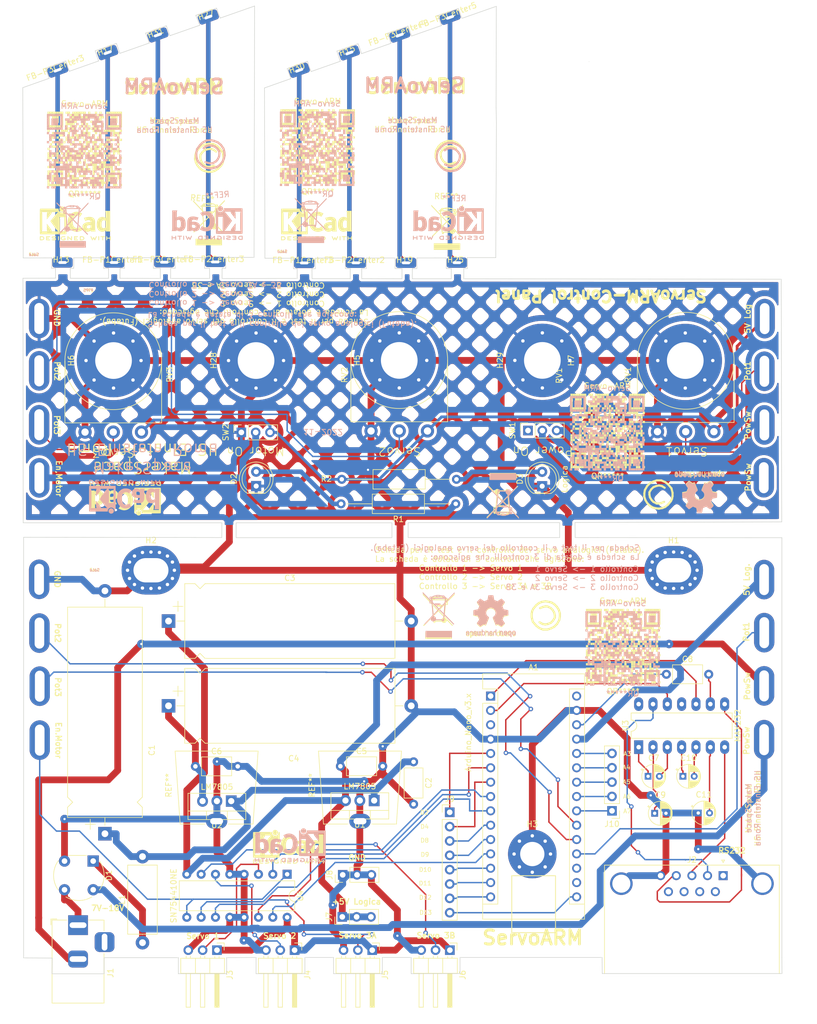
<source format=kicad_pcb>
(kicad_pcb (version 20211014) (generator pcbnew)
  (layers (0 "F.Cu" signal) (31 "B.Cu" signal) (34 "B.Paste" user) (35 "F.Paste" user) (36 "B.SilkS" user "B.Silkscreen") (37 "F.SilkS" user "F.Silkscreen") (38 "B.Mask" user) (39 "F.Mask" user) (44 "Edge.Cuts" user))
  (net 0 "")
  (net 1 "Net-(C1-Pad1)")
  (net 2 "/Unità Alimentazione/5V-CPU")
  (net 3 "/Unità CPU/Pot1")
  (net 5 "Net-(D2-Pad2)")
  (net 6 "Net-(D3-Pad2)")
  (net 7 "/Unità CPU/Pot2")
  (net 8 "/Unità CPU/Pot3")
  (net 12 "Net-(D1-Pad1)")
  (net 13 "Net-(D1-Pad3)")
  (net 14 "Net-(D1-Pad4)")
  (net 15 "Net-(FB-P1Center1-Pad1)")
  (net 16 "Net-(FB-P2Center1-Pad1)")
  (net 17 "Net-(FB-P3Center1-Pad1)")
  (net 18 "Net-(C4-Pad1)")
  (net 19 "Net-(H21-Pad1)")
  (net 20 "Net-(H23-Pad1)")
  (net 21 "Net-(H20-Pad1)")
  (net 23 "GND")
  (net 24 "Net-(FP-MotOn-OUT1-Pad1)")
  (net 25 "Net-(FB-P1Center2-Pad1)")
  (net 26 "Net-(FB-P1Center3-Pad1)")
  (net 27 "Net-(FB-P2Center2-Pad1)")
  (net 28 "Net-(FB-P2Center3-Pad1)")
  (net 29 "Net-(FB-P3Center3-Pad1)")
  (net 30 "Net-(FB-P3Center4-Pad1)")
  (net 31 "Net-(FB-P3Center5-Pad1)")
  (net 32 "Net-(FB-P3Center6-Pad1)")
  (net 33 "Net-(A1-Pad1)")
  (net 34 "Net-(A1-Pad2)")
  (net 35 "Net-(A1-Pad28)")
  (net 36 "Net-(C7-Pad1)")
  (net 37 "Net-(C7-Pad2)")
  (net 38 "Net-(C8-Pad2)")
  (net 39 "Net-(C9-Pad1)")
  (net 40 "Net-(C10-Pad1)")
  (net 41 "Net-(C10-Pad2)")
  (net 42 "Net-(C11-Pad2)")
  (net 50 "Net-(U3-Pad13)")
  (net 51 "Net-(U3-Pad7)")
  (net 52 "Net-(U3-Pad8)")
  (net 53 "/Unità CPU/5VLogica")
  (net 54 "Net-(H26-Pad1)")
  (net 55 "Net-(U4-Pad3)")
  (net 56 "Net-(U4-Pad6)")
  (net 57 "Net-(U4-Pad11)")
  (net 58 "Net-(U4-Pad14)")
  (net 59 "/Unità Alimentazione/5V-SERVO")
  (net 60 "Net-(A1-Pad5)")
  (net 61 "Net-(A1-Pad6)")
  (net 62 "Net-(A1-Pad7)")
  (net 63 "Net-(A1-Pad8)")
  (net 64 "Net-(A1-Pad9)")
  (net 65 "Net-(A1-Pad10)")
  (net 66 "Net-(A1-Pad11)")
  (net 67 "Net-(A1-Pad12)")
  (net 68 "Net-(A1-Pad13)")
  (net 69 "Net-(A1-Pad14)")
  (net 70 "Net-(A1-Pad15)")
  (net 71 "Net-(A1-Pad16)")
  (net 72 "Net-(A1-Pad22)")
  (net 73 "Net-(A1-Pad23)")
  (net 74 "Net-(A1-Pad24)")
  (net 75 "Net-(A1-Pad25)")
  (net 76 "Net-(A1-Pad26)")
  (footprint "Symbol:Servo-ARM" (layer "F.Cu") (at 133.35 92.71)
    (fp_text reference "QR*****")
    (fp_text value "Servo-ARM")
  )
  (footprint "MountingHole:Asola" (layer "F.Cu") (at 161.1122 82.1436 180)
    (fp_text reference "Pot1")
    (fp_text value "FB-P1Center" hide)
  )
  (footprint "MountingHole:TenonePerAsola" (layer "F.Cu") (at 97.6122 62.9412)
    (fp_text reference "H19")
    (fp_text value "MountingHole_Pad")
  )
  (footprint "Package_TO_SOT_THT:TO-220-3_Vertical" (layer "F.Cu") (at 66.6496 158.242 180)
    (fp_text reference "U2")
    (fp_text value "LM7805")
  )
  (footprint "MountingHole:TenonePerAsola" (layer "F.Cu") (at 54.7878 62.8396)
    (fp_text reference "FB-P3Center6")
    (fp_text value "FB-P3Center")
  )
  (footprint "Connector_PinSocket_2.54mm:PinSocket_1x03_P2.54mm_Vertical" (layer "F.Cu") (at 68.4426 92.9644 90)
    (fp_text reference "SW2")
    (fp_text value "SwMotori")
  )
  (footprint "Connector_PinHeader_2.54mm:PinHeader_1x03_P2.54mm_Horizontal" (layer "F.Cu") (at 77.8749 184.6326 -90)
    (fp_text reference "J4")
    (fp_text value "Conn_01x03")
  )
  (footprint "MountingHole:TenonePerAsola" (layer "F.Cu") (at 35.8902 28.829 20)
    (fp_text reference "FB-P3Center3")
    (fp_text value "FB-P3Center")
  )
  (footprint "Capacitor_THT:C_Axial_L5.1mm_D3.1mm_P7.50mm_Horizontal" (layer "F.Cu") (at 143.7478 135.7884)
    (fp_text reference "C8")
    (fp_text value "100nF")
  )
  (footprint "Resistor_THT:R_Axial_DIN0309_L9.0mm_D3.2mm_P20.32mm_Horizontal" (layer "F.Cu") (at 86.233 101.2698)
    (fp_text reference "R2")
    (fp_text value "R")
  )
  (footprint "Symbol:Servo-ARM" (layer "F.Cu") (at 81.9658 42.3418)
    (fp_text reference "QR*****")
    (fp_text value "Servo-ARM")
  )
  (footprint "Diode_THT:Diode_Bridge_Round_D8.9mm" (layer "F.Cu") (at 42.1894 168.861 -90)
    (fp_text reference "D1")
    (fp_text value "D_Bridge_+-AA")
  )
  (footprint "MountingHole:TenonePerAsola" (layer "F.Cu") (at 87.5792 25.781 20)
    (fp_text reference "H15")
    (fp_text value "MountingHole_Pad")
  )
  (footprint "Connector_PinSocket_2.54mm:PinSocket_1x03_P2.54mm_Vertical" (layer "F.Cu") (at 119.2276 92.6338 90)
    (fp_text reference "SW1")
    (fp_text value "SwGenerale" hide)
  )
  (footprint "MountingHole:Asola" (layer "F.Cu") (at 161.0614 147.3708)
    (fp_text reference "PowSw")
    (fp_text value "MountingHole_Pad")
  )
  (footprint "MountingHole:Asola" (layer "F.Cu") (at 32.6136 82.0674 180)
    (fp_text reference "Pot2")
    (fp_text value "FB-P2Center")
  )
  (footprint "MountingHole:TenonePerAsola" (layer "F.Cu") (at 79.5782 62.9666)
    (fp_text reference "FB-P1Center3")
    (fp_text value "FB-P1Center")
  )
  (footprint "Symbol:Symbol_CC-ShareAlike_SilkscreenTop_Small" (layer "F.Cu") (at 122.3772 125.3744)
    (fp_text reference "REF**" hide)
    (fp_text value "Symbol_CC-ShareAlike_SilkscreenTop_Small")
  )
  (footprint "MountingHole:Asola" (layer "F.Cu") (at 32.7152 137.8966)
    (fp_text reference "Pot3")
    (fp_text value "MountingHole_Pad")
  )
  (footprint "Capacitor_THT:C_Axial_L5.1mm_D3.1mm_P7.50mm_Horizontal" (layer "F.Cu") (at 85.9882 152.0698)
    (fp_text reference "C5")
    (fp_text value "C")
  )
  (footprint "Symbol:Symbol_CC-ShareAlike_SilkscreenTop_Small" (layer "F.Cu") (at 142.3416 103.9622 180)
    (fp_text reference "REF**" hide)
    (fp_text value "Symbol_CC-ShareAlike_SilkscreenTop_Small")
  )
  (footprint "MountingHole:TenonePerAsola" (layer "F.Cu") (at 106.6292 62.9158)
    (fp_text reference "H25")
    (fp_text value "MountingHole_Pad")
  )
  (footprint "Heatsink:Heatsink_AAVID_576802B03900G" (layer "F.Cu") (at 64.0588 161.798 90)
    (fp_text reference "REF**")
    (fp_text value "Heatsink_AAVID_576802B03900G")
  )
  (footprint "Inductor_THT:L_Axial_L12.0mm_D5.0mm_P15.24mm_Horizontal_Fastron_MISC" (layer "F.Cu") (at 50.927 183.3118 90)
    (fp_text reference "L1")
    (fp_text value "L")
  )
  (footprint "Capacitor_THT:C_Axial_L5.1mm_D3.1mm_P7.50mm_Horizontal" (layer "F.Cu") (at 60.2996 152.0952)
    (fp_text reference "C6")
    (fp_text value "C")
  )
  (footprint "Symbol:WEEE-Logo_5.6x8mm_SilkScreen" (layer "F.Cu") (at 114.7318 104.1654 180)
    (fp_text reference "REF**" hide)
    (fp_text value "WEEE-Logo_5.6x8mm_SilkScreen" hide)
  )
  (footprint "Connector_PinHeader_2.54mm:PinHeader_1x03_P2.54mm_Horizontal" (layer "F.Cu") (at 64.12 184.6326 -90)
    (fp_text reference "J3")
    (fp_text value "Conn_01x03")
  )
  (footprint "MountingHole:Asola" (layer "F.Cu") (at 32.6136 72.7964 180)
    (fp_text reference "GND")
    (fp_text value "MountingHole_Pad" hide)
  )
  (footprint "MountingHole:MountingHole_6.5mm_Pad_Via" (layer "F.Cu") (at 121.773 80.2192 90)
    (fp_text reference "H29")
    (fp_text value "MountingHole_Pad" hide)
  )
  (footprint "Symbol:KiCad-Logo2_5mm_SilkScreen" (layer "F.Cu") (at 39.0144 55.9562)
    (fp_text reference "REF**" hide)
    (fp_text value "KiCad-Logo2_5mm_SilkScreen" hide)
  )
  (footprint "Potentiometer_THT:Potentiometer_Omeg_PC16BU_Vertical" (layer "F.Cu") (at 152.1714 92.837 90)
    (fp_text reference "RV1")
    (fp_text value "R_Potentiometer" hide)
  )
  (footprint "Package_DIP:DIP-14_W7.62mm_LongPads" (layer "F.Cu") (at 138.8364 148.6916 90)
    (fp_text reference "U3")
    (fp_text value "MAX232")
  )
  (footprint "MountingHole:MountingHole_6.5mm_Pad_Via" (layer "F.Cu") (at 147.0952 80.2446 90)
    (fp_text reference "H7")
    (fp_text value "MountingHole_Pad" hide)
  )
  (footprint "MountingHole:MountingHole_6.5mm_Pad_Via" (layer "F.Cu") (at 45.7961 80.2446 90)
    (fp_text reference "H6")
    (fp_text value "MountingHole_Pad" hide)
  )
  (footprint "Capacitor_THT:CP_Radial_D4.0mm_P2.00mm" (layer "F.Cu") (at 149.3954 160.3502)
    (fp_text reference "C11")
    (fp_text value "1uF")
  )
  (footprint "MountingHole:Asola" (layer "F.Cu") (at 161.1122 91.6432)
    (fp_text reference "PowSw")
    (fp_text value "MountingHole_Pad")
  )
  (footprint "Capacitor_THT:CP_Radial_D4.0mm_P2.00mm" (layer "F.Cu") (at 146.6776 153.8478)
    (fp_text reference "C10")
    (fp_text value "1uF")
  )
  (footprint "MountingHole:Asola" (layer "F.Cu") (at 161.0614 137.8458)
    (fp_text reference "PowSw")
    (fp_text value "MountingHole_Pad")
  )
  (footprint "Symbol:KiCad-Logo2_5mm_SilkScreen" (layer "F.Cu") (at 76.7842 166.3192)
    (fp_text reference "REF**" hide)
    (fp_text value "KiCad-Logo2_5mm_SilkScreen" hide)
  )
  (footprint "Connector_Dsub:DSUB-9_Female_Horizontal_P2.77x2.84mm_EdgePinOffset14.56mm_Housed_MountingHolesOffset15.98mm" (layer "F.Cu") (at 153.8098 171.4405)
    (fp_text reference "J2")
    (fp_text value "DB9_Female_MountingHoles")
  )
  (footprint "LED_THT:LED_D5.0mm" (layer "F.Cu") (at 121.7422 102.489 90)
    (fp_text reference "D3")
    (fp_text value "Logica")
  )
  (footprint "MountingHole:Asola" (layer "F.Cu") (at 161.163 72.8218 180)
    (fp_text reference "5V Log")
    (fp_text value "MountingHole_Pad" hide)
  )
  (footprint "MountingHole:TenonePerAsola" (layer "F.Cu") (at 36.7538 62.8904)
    (fp_text reference "H13")
    (fp_text value "MountingHole_Pad")
  )
  (footprint "Symbol:OSHW-Logo2_9.8x8mm_SilkScreen" (layer "F.Cu") (at 149.6314 103.3526 180)
    (fp_text reference "REF**" hide)
    (fp_text value "OSHW-Logo2_9.8x8mm_SilkScreen" hide)
  )
  (footprint "Symbol:WEEE-Logo_5.6x8mm_SilkScreen" (layer "F.Cu") (at 62.6872 55.8292)
    (fp_text reference "REF**" hide)
    (fp_text value "WEEE-Logo_5.6x8mm_SilkScreen" hide)
  )
  (footprint "Resistor_THT:R_Axial_DIN0309_L9.0mm_D3.2mm_P20.32mm_Horizontal" (layer "F.Cu") (at 106.426 105.6132 180)
    (fp_text reference "R1")
    (fp_text value "R")
  )
  (footprint "Capacitor_THT:CP_Axial_L37.0mm_D13.0mm_P43.00mm_Horizontal" (layer "F.Cu") (at 55.5382 141.3764)
    (fp_text reference "C4")
    (fp_text value "C_Polarized")
  )
  (footprint "MountingHole:TenonePerAsola" (layer "F.Cu") (at 63.8048 62.7888)
    (fp_text reference "FB-P2Center3")
    (fp_text value "FB-P2Center")
  )
  (footprint "Connector_PinHeader_2.54mm:PinHeader_1x03_P2.54mm_Horizontal" (layer "F.Cu") (at 91.6297 184.6326 -90)
    (fp_text reference "J5")
    (fp_text value "Conn_01x03")
  )
  (footprint "Symbol:Symbol_CC-ShareAlike_SilkscreenTop_Small" (layer "F.Cu") (at 105.3592 43.8658 180)
    (fp_text reference "REF**")
    (fp_text value "Symbol_CC-ShareAlike_SilkscreenTop_Small")
  )
  (footprint "Connector_PinHeader_2.54mm:PinHeader_1x03_P2.54mm_Vertical" (layer "F.Cu") (at 86.4004 171.2976 90)
    (fp_text reference "J8")
    (fp_text value "Conn_01x03")
  )
  (footprint "Potentiometer_THT:Potentiometer_Omeg_PC16BU_Vertical" (layer "F.Cu") (at 50.7453 92.9132 90)
    (fp_text reference "RV3")
    (fp_text value "R_Potentiometer" hide)
  )
  (footprint "MountingHole:TenonePerAsola" (layer "F.Cu") (at 62.5856 19.431 20)
    (fp_text reference "H27")
    (fp_text value "MountingHole_Pad")
  )
  (footprint "Capacitor_THT:CP_Radial_D4.0mm_P2.00mm" (layer "F.Cu") (at 141.6738 160.401)
    (fp_text reference "C9")
    (fp_text value "1uF")
  )
  (footprint "Connector_PinHeader_2.54mm:PinHeader_1x03_P2.54mm_Horizontal" (layer "F.Cu") (at 105.3846 184.6326 -90)
    (fp_text reference "J6")
    (fp_text value "Conn_01x03")
  )
  (footprint "MountingHole:TenonePerAsola" (layer "F.Cu") (at 53.6448 22.606 20)
    (fp_text reference "H31")
    (fp_text value "MountingHole_Pad")
  )
  (footprint "Potentiometer_THT:Potentiometer_Omeg_PC16BU_Vertical" (layer "F.Cu") (at 101.4183 92.7112 90)
    (fp_text reference "RV2")
    (fp_text value "R_Potentiometer" hide)
  )
  (footprint "Capacitor_THT:CP_Axial_L37.0mm_D13.0mm_P43.00mm_Horizontal" (layer "F.Cu") (at 44.2722 164.0194 90)
    (fp_text reference "C1")
    (fp_text value "C_Polarized")
  )
  (footprint "Package_DIP:DIP-16_W7.62mm" (layer "F.Cu") (at 76.5556 171.196 -90)
    (fp_text reference "U4")
    (fp_text value "SN754410NE")
  )
  (footprint "Symbol:KiCad-Logo2_5mm_SilkScreen" (layer "F.Cu") (at 81.7626 55.9562)
    (fp_text reference "REF**" hide)
    (fp_text value "KiCad-Logo2_5mm_SilkScreen" hide)
  )
  (footprint "Connector_BarrelJack:BarrelJack_Horizontal" (layer "F.Cu") (at 39.5047 180.2074 90)
    (fp_text reference "J1")
    (fp_text value "Barrel_Jack_MountingPin")
  )
  (footprint "MountingHole:MountingHole_6.5mm_Pad_Via" (layer "F.Cu") (at 96.4183 80.2192 90)
    (fp_text reference "H5")
    (fp_text value "MountingHole_Pad" hide)
  )
  (footprint "Package_TO_SOT_THT:TO-220-3_Vertical" (layer "F.Cu") (at 91.9734 158.1404 180)
    (fp_text reference "U1")
    (fp_text value "LM7805")
  )
  (footprint "MountingHole:Asola" (layer "F.Cu") (at 161.0106 100.9904)
    (fp_text reference "PowSw")
    (fp_text value "MountingHole_Pad" hide)
  )
  (footprint "MountingHole:Asola" (layer "F.Cu") (at 161.0614 119.0244)
    (fp_text reference "5V Log.")
    (fp_text value "MountingHole_Pad")
  )
  (footprint "Symbol:Servo-ARM" (layer "F.Cu") (at 40.6908 42.7736)
    (fp_text reference "QR*****")
    (fp_text value "Servo-ARM")
  )
  (footprint "LED_THT:LED_D5.0mm" (layer "F.Cu") (at 71.0692 102.4686 90)
    (fp_text reference "D2")
    (fp_text value "Motori")
  )
  (footprint "Connector_PinHeader_2.54mm:PinHeader_1x03_P2.54mm_Vertical" (layer "F.Cu") (at 86.3242 178.7398 90)
    (fp_text reference "J7")
    (fp_text value "Conn_01x03")
  )
  (footprint "MountingHole:Asola" (layer "F.Cu") (at 161.0868 128.4224)
    (fp_text reference "Pot1")
    (fp_text value "MountingHole_Pad")
  )
  (footprint "Symbol:WEEE-Logo_5.6x8mm_SilkScreen" (layer "F.Cu") (at 104.902 56.642)
    (fp_text reference "REF**" hide)
    (fp_text value "WEEE-Logo_5.6x8mm_SilkScreen" hide)
  )
  (footprint "MountingHole:MountingHole_4.3mm_M4_Pad_Via" (layer "F.Cu") (at 119.9896 167.6146)
    (fp_text reference "H3")
    (fp_text value "MountingHole_Pad")
  )
  (footprint "Symbol:KiCad-Logo2_5mm_SilkScreen" (layer "F.Cu") (at 47.9044 104.6988 180)
    (fp_text reference "REF**" hide)
    (fp_text value "KiCad-Logo2_5mm_SilkScreen" hide)
  )
  (footprint "Connector_PinHeader_2.54mm:PinHeader_1x08_P2.54mm_Vertical" (layer "F.Cu") (at 105.3592 160.2232)
    (fp_text reference "J9")
    (fp_text value "Conn_01x08")
  )
  (footprint "Symbol:OSHW-Logo2_9.8x8mm_SilkScreen" (layer "F.Cu") (at 112.649 125.6284)
    (fp_text reference "REF**" hide)
    (fp_text value "OSHW-Logo2_9.8x8mm_SilkScreen" hide)
  )
  (footprint "Symbol:Symbol_CC-ShareAlike_SilkscreenTop_Small" (layer "F.Cu") (at 62.7634 44.3484 175)
    (fp_text reference "REF**")
    (fp_text value "Symbol_CC-ShareAlike_SilkscreenTop_Small")
  )
  (footprint "MountingHole:TenonePerAsola" (layer "F.Cu") (at 78.6892 28.8544 20)
    (fp_text reference "H30")
    (fp_text value "MountingHole_Pad")
  )
  (footprint "MountingHole:MountingHole_4.3x6.2mm_M4_Pad_Via" (layer "F.Cu") (at 145.034 117.3734)
    (fp_text reference "H1")
    (fp_text value "MountingHole_Pad")
  )
  (footprint "Heatsink:Heatsink_AAVID_576802B03900G" (layer "F.Cu") (at 89.4588 161.798 90)
    (fp_text reference "REF**")
    (fp_text value "Heatsink_AAVID_576802B03900G")
  )
  (footprint "MountingHole:Asola" (layer "F.Cu") (at 32.7152 147.447)
    (fp_text reference "En.Motor")
    (fp_text value "MountingHole_Pad")
  )
  (footprint "MountingHole:TenonePerAsola" (layer "F.Cu") (at 88.7222 62.9412)
    (fp_text reference "FB-P2Center2")
    (fp_text value "FB-P2Center")
  )
  (footprint "Symbol:Servo-ARM" (layer "F.Cu") (at 136.0932 130.81)
    (fp_text reference "QR*****")
    (fp_text value "Servo-ARM")
  )
  (footprint "MountingHole:MountingHole_4.3x6.2mm_M4_Pad_Via" (layer "F.Cu") (at 52.4256 117.3734)
    (fp_text reference "H2")
    (fp_text value "MountingHole_Pad")
  )
  (footprint "MountingHole:TenonePerAsola" (layer "F.Cu") (at 45.8978 62.8904)
    (fp_text reference "FB-P1Center2")
    (fp_text value "FB-P1Center")
  )
  (footprint "Capacitor_THT:C_Axial_L5.1mm_D3.1mm_P7.50mm_Horizontal" (layer "F.Cu") (at 98.9584 151.2916 -90)
    (fp_text reference "C2")
    (fp_text value "C")
  )
  (footprint "MountingHole:Asola" (layer "F.Cu") (at 32.6136 118.9736)
    (fp_text reference "GND")
    (fp_text value "MountingHole_Pad")
  )
  (footprint "Capacitor_THT:CP_Axial_L37.0mm_D13.0mm_P43.00mm_Horizontal" (layer "F.Cu") (at 55.5382 126.365)
    (fp_text reference "C3")
    (fp_text value "C_Polarized")
  )
  (footprint "MountingHole:TenonePerAsola" (layer "F.Cu") (at 44.7548 25.7302 20)
    (fp_text reference "H17")
    (fp_text value "MountingHole_Pad")
  )
  (footprint "Module:Arduino_Nano" (layer "F.Cu") (at 112.6082 139.6492)
    (fp_text reference "A1")
    (fp_text value "Arduino_Nano_v3.x")
  )
  (footprint "Symbol:WEEE-Logo_5.6x8mm_SilkScreen" (layer "F.Cu") (at 103.4034 125.5014)
    (fp_text reference "REF**" hide)
    (fp_text value "WEEE-Logo_5.6x8mm_SilkScreen" hide)
  )
  (footprint "MountingHole:TenonePerAsola" (layer "F.Cu") (at 105.41 19.4818 20)
    (fp_text reference "FB-P3Center5")
    (fp_text value "FB-P3Center")
  )
  (footprint "MountingHole:Asola" (layer "F.Cu") (at 32.6136 91.6178 180)
    (fp_text reference "Pot3")
    (fp_text value "FB-P3Center" hide)
  )
  (footprint "MountingHole:MountingHole_6.5mm_Pad_Via" (layer "F.Cu") (at 71.0437 80.2446 90)
    (fp_text reference "H28")
    (fp_text value "MountingHole_Pad" hide)
  )
  (footprint "Connector_PinHeader_2.54mm:PinHeader_1x05_P2.54mm_Vertical" (layer "F.Cu") (at 134.112 159.9642 180)
    (fp_text reference "J10")
    (fp_text value "Conn_01x05")
  )
  (footprint "MountingHole:Asola" (layer "F.Cu") (at 32.6644 128.4986)
    (fp_text reference "Pot2")
    (fp_text value "MountingHole_Pad")
  )
  (footprint "MountingHole:TenonePerAsola" (layer "F.Cu") (at 96.4946 22.6314 20)
    (fp_text reference "FB-P3Center4")
    (fp_text value "FB-P3Center")
  )
  (footprint "Capacitor_THT:CP_Radial_D4.0mm_P2.00mm" (layer "F.Cu") (at 140.5054 153.8478)
    (fp_text reference "C7")
    (fp_text value "1uF")
  )
  (footprint "MountingHole:Asola" (layer "F.Cu") (at 32.639 101.0158)
    (fp_text reference "En,Motor")
    (fp_text value "MountingHole_Pad")
  )
  (footprint "Symbol:OSHW-Logo2_9.8x8mm_SilkScreen" (layer "B.Cu") (at 112.649 125.5014 180)
    (fp_text reference "REF**" hide)
    (fp_text value "OSHW-Logo2_9.8x8mm_SilkScreen" hide)
  )
  (footprint "Symbol:OSHW-Logo2_9.8x8mm_SilkScreen" (layer "B.Cu") (at 149.631404 103.4796)
    (fp_text reference "REF**" hide)
    (fp_text value "OSHW-Logo2_9.8x8mm_SilkScreen" hide)
  )
  (footprint "Symbol:Servo-ARM" (layer "B.Cu") (at 135.9916 131.2164 180)
    (fp_text reference "QR*****")
    (fp_text value "Servo-ARM")
  )
  (footprint "Symbol:KiCad-Logo2_5mm_SilkScreen" (layer "B.Cu") (at 62.3824 55.88 180)
    (fp_text reference "REF**" hide)
    (fp_text value "KiCad-Logo2_5mm_SilkScreen" hide)
  )
  (footprint "Symbol:WEEE-Logo_5.6x8mm_SilkScreen" (layer "B.Cu") (at 80.748 55.4228 180)
    (fp_text reference "REF**" hide)
    (fp_text value "WEEE-Logo_5.6x8mm_SilkScreen" hide)
  )
  (footprint "Symbol:KiCad-Logo2_5mm_SilkScreen" (layer "B.Cu") (at 105.1306 55.88 180)
    (fp_text reference "REF**" hide)
    (fp_text value "KiCad-Logo2_5mm_SilkScreen" hide)
  )
  (footprint "Symbol:WEEE-Logo_5.6x8mm_SilkScreen" (layer "B.Cu") (at 114.808 104.2416)
    (fp_text reference "REF**" hide)
    (fp_text value "WEEE-Logo_5.6x8mm_SilkScreen" hide)
  )
  (footprint "Symbol:WEEE-Logo_5.6x8mm_SilkScreen" (layer "B.Cu") (at 103.4034 125.2474 180)
    (fp_text reference "REF**" hide)
    (fp_text value "WEEE-Logo_5.6x8mm_SilkScreen" hide)
  )
  (footprint "Symbol:Symbol_CC-ShareAlike_SilkscreenTop_Small" (layer "B.Cu") (at 105.559546 44.2214)
    (fp_text reference "REF**")
    (fp_text value "Symbol_CC-ShareAlike_SilkscreenTop_Small")
  )
  (footprint "Symbol:Servo-ARM" (layer "B.Cu") (at 40.5892 43.18 180)
    (fp_text reference "QR*****")
    (fp_text value "Servo-ARM")
  )
  (footprint "Symbol:Servo-ARM" (layer "B.Cu") (at 133.2484 93.1164 180)
    (fp_text reference "QR*****")
    (fp_text value "Servo-ARM")
  )
  (footprint "Symbol:KiCad-Logo2_5mm_SilkScreen" (layer "B.Cu") (at 77.1144 166.0398 180)
    (fp_text reference "REF**" hide)
    (fp_text value "KiCad-Logo2_5mm_SilkScreen" hide)
  )
  (footprint "Symbol:Servo-ARM" (layer "B.Cu") (at 81.8642 42.7482 180)
    (fp_text reference "QR*****")
    (fp_text value "Servo-ARM")
  )
  (footprint "Symbol:KiCad-Logo2_5mm_SilkScreen" (layer "B.Cu") (at 47.7266 104.3686)
    (fp_text reference "REF**" hide)
    (fp_text value "KiCad-Logo2_5mm_SilkScreen" hide)
  )
  (footprint "Symbol:WEEE-Logo_5.6x8mm_SilkScreen" (layer "B.Cu") (at 38.5332 56.2356 180)
    (fp_text reference "REF**" hide)
    (fp_text value "WEEE-Logo_5.6x8mm_SilkScreen" hide)
  )
  (footprint "Symbol:Symbol_CC-ShareAlike_SilkscreenTop_Small" (layer "B.Cu") (at 62.963746 43.7388 5)
    (fp_text reference "REF**")
    (fp_text value "Symbol_CC-ShareAlike_SilkscreenTop_Small")
  )
  (gr_rect (start 116.3574 171.45) (end 124.1044 181.5338) (layer "F.SilkS") (width 0.15) (fill none))
  (gr_line (start 29.7434 65.6717) (end 29.7942 108.966) (layer "Edge.Cuts") (width 0.1))
  (gr_line (start 57.277 188.7982) (end 65.8368 188.7982) (layer "Edge.Cuts") (width 0.1))
  (gr_line (start 95.6818 62.090467) (end 90.576435 62.09885) (layer "Edge.Cuts") (width 0.1))
  (gr_line (start 47.752 63.9064) (end 46.9392 63.9064) (layer "Edge.Cuts") (width 0.1))
  (gr_line (start 164.2364 188.7728) (end 164.211 185.9534) (layer "Edge.Cuts") (width 0.1))
  (gr_line (start 77.216 30.3276) (end 76.5556 28.575) (layer "Edge.Cuts") (width 0.1))
  (gr_line (start 164.211 111.6076) (end 164.211 185.9534) (layer "Edge.Cuts") (width 0.1))
  (gr_line (start 55.7784 22.733) (end 61.077467 20.876982) (layer "Edge.Cuts") (width 0.1))
  (gr_line (start 64.0461 17.8562) (end 64.702207 19.607403) (layer "Edge.Cuts") (width 0.1))
  (gr_line (start 95.6818 63.9572) (end 96.901 63.9572) (layer "Edge.Cuts") (width 0.1))
  (gr_line (start 113.573143 35.509164) (end 113.573143 35.509164) (layer "Edge.Cuts") (width 0.1))
  (gr_line (start 108.4834 62.0268) (end 108.4834 63.9572) (layer "Edge.Cuts") (width 0.1))
  (gr_line (start 89.1286 24.1554) (end 89.7382 25.908) (layer "Edge.Cuts") (width 0.1))
  (gr_line (start 81.5594 62.103) (end 81.5594 63.9826) (layer "Edge.Cuts") (width 0.1))
  (gr_line (start 44.1198 188.8236) (end 34.8996 188.8236) (layer "Edge.Cuts") (width 0.1))
  (gr_line (start 81.5594 63.9826) (end 80.9498 63.9826) (layer "Edge.Cuts") (width 0.1))
  (gr_line (start 71.0438 185.928) (end 71.0438 188.7982) (layer "Edge.Cuts") (width 0.1))
  (gr_line (start 72.5424 31.9786) (end 77.216 30.3276) (layer "Edge.Cuts") (width 0.1))
  (gr_line (start 43.146721 27.206419) (end 43.146721 27.206419) (layer "Edge.Cuts") (width 0.1))
  (gr_line (start 106.8705 17.907) (end 107.526607 19.658203) (layer "Edge.Cuts") (width 0.1))
  (gr_line (start 35.5092 63.9318) (end 35.5092 65.659) (layer "Edge.Cuts") (width 0.1))
  (gr_line (start 164.1856 108.8136) (end 127.5588 108.9152) (layer "Edge.Cuts") (width 0.1))
  (gr_line (start 52.8574 62.039667) (end 47.752035 62.04805) (layer "Edge.Cuts") (width 0.1))
  (gr_line (start 95.6818 62.090467) (end 95.6818 63.9572) (layer "Edge.Cuts") (width 0.1))
  (gr_line (start 60.3758 19.1262) (end 64.0461 17.8562) (layer "Edge.Cuts") (width 0.1))
  (gr_line (start 52.8574 63.9064) (end 54.0766 63.9064) (layer "Edge.Cuts") (width 0.1))
  (gr_line (start 164.1856 108.8136) (end 164.0967 65.8495) (layer "Edge.Cuts") (width 0.1))
  (gr_line (start 54.0766 65.7098) (end 46.9392 65.6844) (layer "Edge.Cuts") (width 0.1))
  (gr_line (start 34.82343 62.067758) (end 34.848785 63.936721) (layer "Edge.Cuts") (width 0.1))
  (gr_line (start 94.968066 24.071983) (end 94.3102 22.3266) (layer "Edge.Cuts") (width 0.1))
  (gr_line (start 78.3336 65.7098) (end 65.024056 65.71839) (layer "Edge.Cuts") (width 0.1))
  (gr_line (start 37.3253 27.2034) (end 37.9603 29.0322) (layer "Edge.Cuts") (width 0.1))
  (gr_line (start 80.9752 65.7352) (end 87.7316 65.7352) (layer "Edge.Cuts") (width 0.1))
  (gr_line (start 127.5842 111.5822) (end 164.211 111.6076) (layer "Edge.Cuts") (width 0.1))
  (gr_line (start 62.8142 65.7098) (end 55.9054 65.7098) (layer "Edge.Cuts") (width 0.1))
  (gr_line (start 37.9603 29.0322) (end 43.146721 27.206419) (layer "Edge.Cuts") (width 0.1))
  (gr_line (start 99.542652 62.084199) (end 99.5426 63.9572) (layer "Edge.Cuts") (width 0.1))
  (gr_line (start 104.7496 63.9572) (end 105.6386 63.9572) (layer "Edge.Cuts") (width 0.1))
  (gr_line (start 52.143666 24.021183) (end 51.4858 22.2758) (layer "Edge.Cuts") (width 0.1))
  (gr_line (start 90.5764 63.9572) (end 89.7636 63.9572) (layer "Edge.Cuts") (width 0.1))
  (gr_line (start 85.971121 27.257219) (end 85.971121 27.257219) (layer "Edge.Cuts") (width 0.1))
  (gr_line (start 43.146721 27.206419) (end 42.545 25.4) (layer "Edge.Cuts") (width 0.1))
  (gr_line (start 29.7942 108.966) (end 64.9986 108.966) (layer "Edge.Cuts") (width 0.1))
  (gr_line (start 52.8574 62.039667) (end 52.8574 63.9064) (layer "Edge.Cuts") (width 0.1))
  (gr_line (start 65.8876 185.9534) (end 65.8876 185.9534) (layer "Edge.Cuts") (width 0.1))
  (gr_line (start 46.3042 24.1046) (end 46.9138 25.8572) (layer "Edge.Cuts") (width 0.1))
  (gr_line (start 55.9054 63.9064) (end 55.9054 65.7098) (layer "Edge.Cuts") (width 0.1))
  (gr_line (start 96.901 65.7606) (end 89.7636 65.7352) (layer "Edge.Cuts") (width 0.1))
  (gr_line (start 61.9252 62.0268) (end 56.718252 62.033399) (layer "Edge.Cuts") (width 0.1))
  (gr_line (start 42.7736 62.0522) (end 42.7736 62.0522) (layer "Edge.Cuts") (width 0.1))
  (gr_line (start 35.5092 65.659) (end 29.7434 65.6717) (layer "Edge.Cuts") (width 0.1))
  (gr_line (start 61.077467 20.876982) (end 60.3758 19.1262) (layer "Edge.Cuts") (width 0.1))
  (gr_line (start 38.1254 63.9318) (end 38.1508 65.6844) (layer "Edge.Cuts") (width 0.1))
  (gr_line (start 29.8704 111.5314) (end 64.9732 111.5822) (layer "Edge.Cuts") (width 0.1))
  (gr_line (start 51.4858 22.2758) (end 55.1434 20.9804) (layer "Edge.Cuts") (width 0.1))
  (gr_line (start 103.901867 20.927782) (end 103.2002 19.177) (layer "Edge.Cuts") (width 0.1))
  (gr_line (start 86.868 62.103) (end 81.5594 62.103) (layer "Edge.Cuts") (width 0.1))
  (gr_line (start 29.8704 186.0042) (end 29.8704 111.5314) (layer "Edge.Cuts") (width 0.1))
  (gr_line (start 108.4834 63.9572) (end 107.8484 63.9572) (layer "Edge.Cuts") (width 0.1))
  (gr_line (start 64.9732 111.5822) (end 64.9986 108.966) (layer "Edge.Cuts") (width 0.1))
  (gr_line (start 98.5266 185.928) (end 98.5266 188.7982) (layer "Edge.Cuts") (width 0.1))
  (gr_line (start 132.3594 185.928) (end 132.3848 188.7728) (layer "Edge.Cuts") (width 0.1))
  (gr_line (start 47.752035 62.04805) (end 47.752 63.9064) (layer "Edge.Cuts") (width 0.1))
  (gr_line (start 84.7852 188.7982) (end 93.4212 188.7982) (layer "Edge.Cuts") (width 0.1))
  (gr_line (start 113.6142 17.526) (end 113.573143 35.509164) (layer "Edge.Cuts") (width 0.1))
  (gr_line (start 34.3916 30.2768) (end 33.7312 28.5242) (layer "Edge.Cuts") (width 0.1))
  (gr_line (start 113.5126 62.0268) (end 108.4834 62.0268) (layer "Edge.Cuts") (width 0.1))
  (gr_line (start 89.7382 25.908) (end 94.968066 24.071983) (layer "Edge.Cuts") (width 0.1))
  (gr_line (start 132.3848 188.7728) (end 164.2364 188.7728) (layer "Edge.Cuts") (width 0.1))
  (gr_line (start 61.9252 63.9064) (end 62.8142 63.9064) (layer "Edge.Cuts") (width 0.1))
  (gr_line (start 122.4026 65.786) (end 125.0442 65.786) (layer "Edge.Cuts") (width 0.1))
  (gr_line (start 94.3102 22.3266) (end 97.9678 21.0312) (layer "Edge.Cuts") (width 0.1))
  (gr_line (start 44.9072 63.9064) (end 44.9072 65.6844) (layer "Edge.Cuts") (width 0.1))
  (gr_line (start 34.848785 63.936721) (end 35.5092 63.9318) (layer "Edge.Cuts") (width 0.1))
  (gr_line (start 70.7898 17.4752) (end 70.6882 61.976) (layer "Edge.Cuts") (width 0.1))
  (gr_line (start 71.0438 185.928) (end 65.8368 185.9534) (layer "Edge.Cuts") (width 0.1))
  (gr_line (start 84.7598 185.928) (end 79.7052 185.928) (layer "Edge.Cuts") (width 0.1))
  (gr_line (start 103.2002 19.177) (end 106.8705 17.907) (layer "Edge.Cuts") (width 0.1))
  (gr_line (start 61.9252 62.0268) (end 61.9252 63.9064) (layer "Edge.Cuts") (width 0.1))
  (gr_line (start 86.868 62.103) (end 86.868 63.9572) (layer "Edge.Cuts") (width 0.1))
  (gr_line (start 104.7496 62.0776) (end 99.542652 62.084199) (layer "Edge.Cuts") (width 0.1))
  (gr_line (start 79.7052 188.7982) (end 79.7052 185.928) (layer "Edge.Cuts") (width 0.1))
  (gr_line (start 44.1198 185.9534) (end 44.1198 188.8236) (layer "Edge.Cuts") (width 0.1))
  (gr_line (start 98.5266 185.928) (end 93.4212 185.928) (layer "Edge.Cuts") (width 0.1))
  (gr_rect (start 97.9932 108.9406) (end 124.841 111.5822) (layer "Edge.Cuts") (width 0.1) (fill none))
  (gr_line (start 29.718 31.9278) (end 34.3916 30.2768) (layer "Edge.Cuts") (width 0.1))
  (gr_line (start 90.576435 62.09885) (end 90.5764 63.9572) (layer "Edge.Cuts") (width 0.1))
  (gr_line (start 85.598 62.103) (end 85.598 62.103) (layer "Edge.Cuts") (width 0.1))
  (gr_rect (start 67.5132 108.966) (end 95.123 111.6076) (layer "Edge.Cuts") (width 0.1) (fill none))
  (gr_line (start 77.64783 62.118558) (end 77.673185 63.987521) (layer "Edge.Cuts") (width 0.1))
  (gr_line (start 56.718252 62.033399) (end 56.7182 63.9064) (layer "Edge.Cuts") (width 0.1))
  (gr_line (start 98.7298 63.9572) (end 98.7298 65.7606) (layer "Edge.Cuts") (width 0.1))
  (gr_line (start 72.6186 62.1284) (end 72.5424 31.9786) (layer "Edge.Cuts") (width 0.1))
  (gr_line (start 107.526607 19.658203) (end 113.6142 17.526) (layer "Edge.Cuts") (width 0.1))
  (gr_line (start 76.5556 28.575) (end 80.1497 27.2542) (layer "Edge.Cuts") (width 0.1))
  (gr_line (start 105.6386 65.7606) (end 98.7298 65.7606) (layer "Edge.Cuts") (width 0.1))
  (gr_line (start 107.188 188.7728) (end 107.188 185.928) (layer "Edge.Cuts") (width 0.1))
  (gr_line (start 42.545 25.4) (end 46.3042 24.1046) (layer "Edge.Cuts") (width 0.1))
  (gr_line (start 84.7598 185.928) (end 84.7852 188.7982) (layer "Edge.Cuts") (width 0.1))
  (gr_line (start 34.925 186.0296) (end 29.8704 186.0042) (layer "Edge.Cuts") (width 0.1))
  (gr_line (start 55.1434 20.9804) (end 55.7784 22.733) (layer "Edge.Cuts") (width 0.1))
  (gr_line (start 34.82343 62.067758) (end 29.7942 62.0776) (layer "Edge.Cuts") (width 0.1))
  (gr_line (start 127.5588 108.9152) (end 127.5842 111.5822) (layer "Edge.Cuts") (width 0.1))
  (gr_line (start 105.6386 63.9572) (end 105.6386 65.7606) (layer "Edge.Cuts") (width 0.1))
  (gr_line (start 44.0436 63.9064) (end 44.9072 63.9064) (layer "Edge.Cuts") (width 0.1))
  (gr_line (start 122.4026 65.786) (end 107.848456 65.76919) (layer "Edge.Cuts") (width 0.1))
  (gr_line (start 113.6396 38.1) (end 113.5126 62.0268) (layer "Edge.Cuts") (width 0.1))
  (gr_line (start 104.7496 62.0776) (end 104.7496 63.9572) (layer "Edge.Cuts") (width 0.1))
  (gr_line (start 65.659 61.976) (end 65.659 63.9064) (layer "Edge.Cuts") (width 0.1))
  (gr_line (start 113.6396 38.1) (end 113.573143 35.509164) (layer "Edge.Cuts") (width 0.1))
  (gr_line (start 44.0436 62.0522) (end 44.0436 63.9064) (layer "Edge.Cuts") (width 0.1))
  (gr_line (start 64.702207 19.607403) (end 70.7898 17.4752) (layer "Edge.Cuts") (width 0.1))
  (gr_line (start 70.6882 61.976) (end 65.659 61.976) (layer "Edge.Cuts") (width 0.1))
  (gr_line (start 38.735 63.9318) (end 38.1254 63.9318) (layer "Edge.Cuts") (width 0.1))
  (gr_line (start 78.3336 63.9826) (end 78.3336 65.7098) (layer "Edge.Cuts") (width 0.1))
  (gr_line (start 56.7182 63.9064) (end 55.9054 63.9064) (layer "Edge.Cuts") (width 0.1))
  (gr_line (start 132.3594 185.928) (end 107.188 185.928) (layer "Edge.Cuts") (width 0.1))
  (gr_line (start 61.077467 20.876982) (end 61.077467 20.876982) (layer "Edge.Cuts") (width 0.1))
  (gr_line (start 34.8996 188.8236) (end 34.925 186.0296) (layer "Edge.Cuts") (width 0.1))
  (gr_line (start 65.659 63.9064) (end 65.024 63.9064) (layer "Edge.Cuts") (width 0.1))
  (gr_line (start 38.735 62.0522) (end 38.735 63.9318) (layer "Edge.Cuts") (width 0.1))
  (gr_line (start 85.971121 27.257219) (end 85.3694 25.4508) (layer "Edge.Cuts") (width 0.1))
  (gr_line (start 54.0766 63.9064) (end 54.0766 65.7098) (layer "Edge.Cuts") (width 0.1))
  (gr_line (start 71.0438 188.7982) (end 79.7052 188.7982) (layer "Edge.Cuts") (width 0.1))
  (gr_line (start 80.7847 29.083) (end 85.971121 27.257219) (layer "Edge.Cuts") (width 0.1))
  (gr_line (start 46.9138 25.8572) (end 52.143666 24.021183) (layer "Edge.Cuts") (width 0.1))
  (gr_line (start 65.8368 188.7982) (end 65.8368 185.9534) (layer "Edge.Cuts") (width 0.1))
  (gr_line (start 99.5426 63.9572) (end 98.7298 63.9572) (layer "Edge.Cuts") (width 0.1))
  (gr_line (start 77.673185 63.987521) (end 78.3336 63.9826) (layer "Edge.Cuts") (width 0.1))
  (gr_line (start 107.8484 63.9572) (end 107.848456 65.76919) (layer "Edge.Cuts") (width 0.1))
  (gr_line (start 80.9498 63.9826) (end 80.9752 65.7352) (layer "Edge.Cuts") (width 0.1))
  (gr_line (start 87.7316 63.9572) (end 87.7316 65.7352) (layer "Edge.Cuts") (width 0.1))
  (gr_line (start 89.7636 63.9572) (end 89.7636 65.7352) (layer "Edge.Cuts") (width 0.1))
  (gr_line (start 86.868 63.9572) (end 87.7316 63.9572) (layer "Edge.Cuts") (width 0.1))
  (gr_line (start 29.7942 62.0776) (end 29.718 31.9278) (layer "Edge.Cuts") (width 0.1))
  (gr_line (start 130.040121 27.308019) (end 130.040121 27.308019) (layer "Edge.Cuts") (width 0.1))
  (gr_line (start 57.277 185.9534) (end 44.1198 185.9534) (layer "Edge.Cuts") (width 0.1))
  (gr_line (start 164.0967 65.8495) (end 125.0442 65.786) (layer "Edge.Cuts") (width 0.1))
  (gr_line (start 62.8142 63.9064) (end 62.8142 65.7098) (layer "Edge.Cuts") (width 0.1))
  (gr_line (start 96.901 63.9572) (end 96.901 65.7606) (layer "Edge.Cuts") (width 0.1))
  (gr_line (start 46.9392 63.9064) (end 46.9392 65.6844) (layer "Edge.Cuts") (width 0.1))
  (gr_line (start 44.0436 62.0522) (end 38.735 62.0522) (layer "Edge.Cuts") (width 0.1))
  (gr_line (start 77.64783 62.118558) (end 72.6186 62.1284) (layer "Edge.Cuts") (width 0.1))
  (gr_line (start 98.5266 188.7982) (end 107.188 188.7728) (layer "Edge.Cuts") (width 0.1))
  (gr_line (start 57.277 185.9534) (end 57.277 188.7982) (layer "Edge.Cuts") (width 0.1))
  (gr_line (start 80.1497 27.2542) (end 80.7847 29.083) (layer "Edge.Cuts") (width 0.1))
  (gr_line (start 93.4212 188.7982) (end 93.4212 185.928) (layer "Edge.Cuts") (width 0.1))
  (gr_line (start 97.9678 21.0312) (end 98.6028 22.7838) (layer "Edge.Cuts") (width 0.1))
  (gr_line (start 98.6028 22.7838) (end 103.901867 20.927782) (layer "Edge.Cuts") (width 0.1))
  (gr_line (start 33.7312 28.5242) (end 37.3253 27.2034) (layer "Edge.Cuts") (width 0.1))
  (gr_line (start 103.901867 20.927782) (end 103.901867 20.927782) (layer "Edge.Cuts") (width 0.1))
  (gr_line (start 38.1508 65.6844) (end 44.9072 65.6844) (layer "Edge.Cuts") (width 0.1))
  (gr_line (start 85.3694 25.4508) (end 89.1286 24.1554) (layer "Edge.Cuts") (width 0.1))
  (gr_line (start 65.024 63.9064) (end 65.024056 65.71839) (layer "Edge.Cuts") (width 0.1))
  (gr_text "Scheda per il test e il controllo dei servo analogici (Futaba).\nLa scheda è dotata di 3 controlli che agiscono:\n" (at 139.0904 114.1984) (layer "B.SilkS") (effects (font (size 1 1)) (justify left mirror)))
  (gr_text "ServoARM" (at 99.1108 31.5468) (layer "B.SilkS") (effects (font (size 2.5 2.5) (thickness 0.5)) (justify mirror)))
  (gr_text "MakerSpace\nIIS Einstein Roma" (at 50.9016 97.5614 180) (layer "B.SilkS") (effects (font (size 2 2) (thickness 0.2)) (justify mirror)))
  (gr_text "MakerSpace\nIIS Einstein Roma" (at 56.5912 38.608) (layer "B.SilkS") (effects (font (size 1 1)) (justify mirror)))
  (gr_text "SaLe" (at 42.4434 117.3226) (layer "B.SilkS") (effects (font (size 0.5 0.5) (thickness 0.12)) (justify mirror)))
  (gr_text "Controllo 1 -> Servo 1\nControllo 2 -> Servo 2\nControllo 3 -> Servo 3A e 3B\n" (at 51.9176 68.453 180) (layer "B.SilkS") (effects (font (size 1 1)) (justify left mirror)))
  (gr_text "Controllo 1 -> Servo 1\nControllo 2 -> Servo 2\nControllo 3 -> Servo 3A e 3B\n" (at 138.938 118.745) (layer "B.SilkS") (effects (font (size 1 1)) (justify left mirror)))
  (gr_text "MakerSpace\nIIS Einstein Roma" (at 98.7806 38.5064) (layer "B.SilkS") (effects (font (size 1 1)) (justify mirror)))
  (gr_text "SaLe" (at 31.6738 61.468) (layer "B.SilkS") (effects (font (size 0.5 0.5) (thickness 0.12)) (justify mirror)))
  (gr_text "Scheda per il test e il controllo dei servo analogici (Futaba).\nLa scheda è dotata di 3 controlli che agiscono:\n" (at 51.765198 72.999602 180) (layer "B.SilkS") (effects (font (size 1 1)) (justify left mirror)))
  (gr_text "11-2022" (at 82.931 92.8878 180) (layer "B.SilkS") (effects (font (size 1 1)) (justify mirror)))
  (gr_text "SaLe" (at 41.3258 67.7672 180) (layer "B.SilkS") (effects (font (size 0.5 0.5) (thickness 0.12)) (justify mirror)))
  (gr_text "SaLe" (at 75.692 60.9346) (layer "B.SilkS") (effects (font (size 0.5 0.5) (thickness 0.12)) (justify mirror)))
  (gr_text "MakerSpace\nIIS Einstein Roma" (at 159.1056 159.512 90) (layer "B.SilkS") (effects (font (size 1 1)) (justify mirror)))
  (gr_text "ServoARM" (at 56.4896 31.75) (layer "B.SilkS") (effects (font (size 2.5 2.5) (thickness 0.5)) (justify mirror)))
  (gr_text "Servo3" (at 45.7454 96.5708 180) (layer "F.SilkS") (effects (font (size 1.5 1.5))))
  (gr_text "A6" (at 136.7536 157.4292) (layer "F.SilkS") (effects (font (size 0.75 0.75) (thickness 0.12))))
  (gr_text "SaLe" (at 42.443401 117.297201) (layer "F.SilkS") (effects (font (size 0.5 0.5) (thickness 0.12))))
  (gr_text "7V-18V" (at 44.7802 177.1904) (layer "F.SilkS") (effects (font (size 1 1) (thickness 0.2))))
  (gr_text "D13" (at 101.092 177.9778) (layer "F.SilkS") (effects (font (size 0.75 0.75) (thickness 0.12))))
  (gr_text "+5V Logica" (at 88.8492 176.0474) (layer "F.SilkS") (effects (font (size 1 1) (thickness 0.2))))
  (gr_text "Servo 1" (at 61.6204 182.1434) (layer "F.SilkS") (effects (font (size 1 1) (thickness 0.2))))
  (gr_text "D11" (at 100.9904 172.7962) (layer "F.SilkS") (effects (font (size 0.75 0.75) (thickness 0.12))))
  (gr_text "GND" (at 88.9508 168.2496) (layer "F.SilkS") (effects (font (size 1 1) (thickness 0.2))))
  (gr_text "Servo 2" (at 75.2348 182.0926) (layer "F.SilkS") (effects (font (size 1 1) (thickness 0.2))))
  (gr_text "Servo1" (at 147.32 96.3422 180) (layer "F.SilkS") (effects (font (size 1.5 1.5))))
  (gr_text "D8" (at 100.9142 165.2016) (layer "F.SilkS") (effects (font (size 0.75 0.75) (thickness 0.12))))
  (gr_text "ServoARM" (at 120.0658 182.4228) (layer "F.SilkS") (effects (font (size 2.5 2.5) (thickness 0.5))))
  (gr_text "D4" (at 100.9142 162.7632) (layer "F.SilkS") (effects (font (size 0.75 0.75) (thickness 0.12))))
  (gr_text "D12" (at 101.0412 175.3108) (layer "F.SilkS") (effects (font (size 0.75 0.75) (thickness 0.12))))
  (gr_text "SaLe" (at 75.692001 60.909201) (layer "F.SilkS") (effects (font (size 0.5 0.5) (thickness 0.12))))
  (gr_text "A4" (at 136.6774 152.273) (layer "F.SilkS") (effects (font (size 0.75 0.75) (thickness 0.12))))
  (gr_text "RS232" (at 155.3718 167.005) (layer "F.SilkS") (effects (font (size 1 1) (thickness 0.2))))
  (gr_text "A5" (at 136.7028 154.8384) (layer "F.SilkS") (effects (font (size 0.75 0.75) (thickness 0.12))))
  (gr_text "A7" (at 136.8044 160.02) (layer "F.SilkS") (effects (font (size 0.75 0.75) (thickness 0.12))))
  (gr_text "D9" (at 100.965 167.7162) (layer "F.SilkS") (effects (font (size 0.75 0.75) (thickness 0.12))))
  (gr_text "Motor On" (at 70.9676 96.2914 180) (layer "F.SilkS") (effects (font (size 1.5 1.5))))
  (gr_text "D2" (at 100.8634 160.2486) (layer "F.SilkS") (effects (font (size 0.75 0.75) (thickness 0.12))))
  (gr_text "MakerSpace\nIIS Einstein Roma" (at 159.1056 159.512 90) (layer "F.SilkS") (effects (font (size 1 1))))
  (gr_text "ServoARM" (at 56.5404 31.8008) (layer "F.SilkS") (effects (font (size 2.5 2.5) (thickness 0.5))))
  (gr_text "ServoARM" (at 99.4664 31.6992) (layer "F.SilkS") (effects (font (size 2.5 2.5) (thickness 0.5))))
  (gr_text "SaLe" (at 31.673801 61.442601) (layer "F.SilkS") (effects (font (size 0.5 0.5) (thickness 0.12))))
  (gr_text "Servo 3B" (at 102.9208 182.0418) (layer "F.SilkS") (effects (font (size 1 1) (thickness 0.2))))
  (gr_text "Scheda per il test e il controllo dei servo analogici (Futaba).\nLa scheda è dotata di 3 controlli che agiscono:\n		Controllo 1 -> Servo 1\n		Controllo 2 -> Servo 2\n		Controllo 3 -> Servo 3A e 3B" (at 91.0844 70.1548 180) (layer "F.SilkS") (effects (font (size 1 1)) (justify left)))
  (gr_text "MakerSpace\nIIS Einstein Roma" (at 98.7806 38.5064) (layer "F.SilkS") (effects (font (size 1 1))))
  (gr_text "SaLe" (at 41.3258 67.7926 -180) (layer "F.SilkS") (effects (font (size 0.5 0.5) (thickness 0.12))))
  (gr_text "Servo 3A" (at 89.027 182.0418) (layer "F.SilkS") (effects (font (size 1 1) (thickness 0.2))))
  (gr_text "D10" (at 101.0158 170.3832) (layer "F.SilkS") (effects (font (size 0.75 0.75) (thickness 0.12))))
  (gr_text "MakerSpace\nIIS Einstein Roma" (at 50.9016 97.5614 180) (layer "F.SilkS") (effects (font (size 2 2) (thickness 0.2))))
  (gr_text "Scheda per il test e il controllo dei servo analogici (Futaba).\nLa scheda è dotata di 3 controlli che agiscono:\n		Controllo 1 -> Servo 1\n		Controllo 2 -> Servo 2\n		Controllo 3 -> Servo 3A e 3B" (at 92.0496 116.967) (layer "F.SilkS") (effects (font (size 1 1)) (justify left)))
  (gr_text "Servo2" (at 96.4946 96.3422 180) (layer "F.SilkS") (effects (font (size 1.5 1.5))))
  (gr_text "Power On" (at 121.8438 96.2406 180) (layer "F.SilkS") (effects (font (size 1.5 1.5))))
  (gr_text "ServoARM-Control Panel" (at 132.1308 68.8086 180) (layer "F.SilkS") (effects (font (size 2 2) (thickness 0.5))))
  (gr_text "MakerSpace\nIIS Einstein Roma" (at 56.5912 38.608) (layer "F.SilkS") (effects (font (size 1 1))))
  (gr_text "A3" (at 136.8298 149.86) (layer "F.SilkS") (effects (font (size 0.75 0.75) (thickness 0.12))))
  (via (at 50.7238 130.429) (size 1.5) (drill 0.4) (layers "F.Cu" "B.Cu") (net 0))
  (segment (start 91.599 156.3159) (end 70.3283 156.3159) (width 1.2) (layer "B.Cu") (net 1))
  (segment (start 91.9734 158.1404) (end 91.9734 156.6903) (width 1.2) (layer "B.Cu") (net 1))
  (segment (start 98.9584 151.2916) (end 97.3074 151.2916) (width 1.2) (layer "B.Cu") (net 1))
  (segment (start 70.3283 156.3159) (end 68.4022 158.242) (width 1.2) (layer "B.Cu") (net 1))
  (segment (start 66.6496 158.242) (end 68.4022 158.242) (width 1.2) (layer "B.Cu") (net 1))
  (segment (start 91.9734 156.6903) (end 91.599 156.3159) (width 1.2) (layer "B.Cu") (net 1))
  (segment (start 69.4944 161.0868) (end 66.6496 158.242) (width 1.2) (layer "B.Cu") (net 1))
  (segment (start 50.927 168.0718) (end 58.9788 168.0718) (width 1.2) (layer "B.Cu") (net 1))
  (segment (start 49.927 168.0718) (end 50.927 168.0718) (width 1.2) (layer "B.Cu") (net 1))
  (segment (start 69.4944 162.7378) (end 69.4944 161.0868) (width 1.2) (layer "B.Cu") (net 1))
  (segment (start 97.3074 151.2916) (end 92.2587 156.3403) (width 1.2) (layer "B.Cu") (net 1))
  (segment (start 91.9734 156.3403) (end 91.9734 156.6903) (width 1.2) (layer "B.Cu") (net 1))
  (segment (start 46.2723 164.0194) (end 46.2723 165.4172) (width 1.2) (layer "B.Cu") (net 1))
  (segment (start 60.1726 166.878) (end 65.3542 166.878) (width 1.2) (layer "B.Cu") (net 1))
  (segment (start 44.2722 164.0194) (end 46.2723 164.0194) (width 1.2) (layer "B.Cu") (net 1))
  (segment (start 58.9788 168.0718) (end 60.1726 166.878) (width 1.2) (layer "B.Cu") (net 1))
  (segment (start 46.2723 165.4172) (end 48.9269 168.0718) (width 1.2) (layer "B.Cu") (net 1))
  (segment (start 92.2587 156.3403) (end 91.9734 156.3403) (width 1.2) (layer "B.Cu") (net 1))
  (segment (start 65.3542 166.878) (end 69.4944 162.7378) (width 1.2) (layer "B.Cu") (net 1))
  (segment (start 49.927 168.0718) (end 48.9269 168.0718) (width 1.2) (layer "B.Cu") (net 1))
  (segment (start 55.5382 126.365) (end 55.5382 128.3651) (width 1.2) (layer "F.Cu") (net 2))
  (segment (start 86.8934 152.975) (end 85.9882 152.0698) (width 1.2) (layer "F.Cu") (net 2))
  (segment (start 58.7756 156.3167) (end 58.7756 171.196) (width 1.2) (layer "F.Cu") (net 2))
  (segment (start 86.3242 178.7398) (end 86.3242 176.028) (width 1.2) (layer "F.Cu") (net 2))
  (segment (start 86.3242 176.028) (end 82.677 172.3808) (width 1.2) (layer "F.Cu") (net 2))
  (segment (start 82.677 172.3808) (end 82.677 162.3568) (width 1.2) (layer "F.Cu") (net 2))
  (segment (start 55.5382 128.3651) (end 61.9086 134.7355) (width 1.2) (layer "F.Cu") (net 2))
  (segment (start 61.9086 134.7355) (end 61.9086 153.1837) (width 1.2) (layer "F.Cu") (net 2))
  (segment (start 61.9086 153.1837) (end 58.7756 156.3167) (width 1.2) (layer "F.Cu") (net 2))
  (segment (start 82.677 162.3568) (end 86.8934 158.1404) (width 1.2) (layer "F.Cu") (net 2))
  (segment (start 86.8934 158.1404) (end 86.8934 152.975) (width 1.2) (layer "F.Cu") (net 2))
  (segment (start 88.8642 178.7398) (end 86.3242 178.7398) (width 1.2) (layer "B.Cu") (net 2))
  (segment (start 145.354 134.1325) (end 95.1533 134.1325) (width 1.2) (layer "B.Cu") (net 2))
  (segment (start 76.2762 158.1404) (end 86.8934 158.1404) (width 1.2) (layer "B.Cu") (net 2))
  (segment (start 92.4052 144.6608) (end 85.9882 151.0778) (width 1.2) (layer "B.Cu") (net 2))
  (segment (start 91.4042 178.7398) (end 88.8642 178.7398) (width 1.2) (layer "B.Cu") (net 2))
  (segment (start 85.9882 151.0778) (end 85.9882 152.0698) (width 1.2) (layer "B.Cu") (net 2))
  (segment (start 66.0654 168.3512) (end 76.2762 158.1404) (width 1.2) (layer "B.Cu") (net 2))
  (segment (start 144.2478 138.5558) (end 146.2532 136.5504) (width 1.2) (layer "B.Cu") (net 2))
  (segment (start 95.1533 134.1325) (end 92.4052 136.8806) (width 1.2) (layer "B.Cu") (net 2))
  (segment (start 92.4052 136.8806) (end 92.4052 144.6608) (width 1.2) (layer "B.Cu") (net 2))
  (segment (start 146.2532 136.5504) (end 146.2532 135.0317) (width 1.2) (layer "B.Cu") (net 2))
  (segment (start 129.4483 147.2692) (end 138.1617 138.5558) (width 1.2) (layer "B.Cu") (net 2))
  (segment (start 127.8482 147.2692) (end 129.4483 147.2692) (width 1.2) (layer "B.Cu") (net 2))
  (segment (start 138.1617 138.5558) (end 144.2478 138.5558) (width 1.2) (layer "B.Cu") (net 2))
  (segment (start 160.4621 119.0244) (end 161.0614 119.0244) (width 1.2) (layer "B.Cu") (net 2))
  (segment (start 146.2532 135.0317) (end 145.354 134.1325) (width 1.2) (layer "B.Cu") (net 2))
  (segment (start 145.354 134.1325) (end 160.4621 119.0244) (width 1.2) (layer "B.Cu") (net 2))
  (segment (start 58.7756 171.196) (end 61.6204 168.3512) (width 1.2) (layer "B.Cu") (net 2))
  (segment (start 61.6204 168.3512) (end 66.0654 168.3512) (width 1.2) (layer "B.Cu") (net 2))
  (segment (start 156.2608 131.1233) (end 156.2608 159.626252) (width 0.25) (layer "B.Cu") (net 3))
  (segment (start 135.5344 163.1442) (end 131.0894 167.5892) (width 0.25) (layer "B.Cu") (net 3))
  (segment (start 158.9617 128.4224) (end 156.2608 131.1233) (width 0.25) (layer "B.Cu") (net 3))
  (segment (start 131.0894 167.5892) (end 127.8482 167.5892) (width 0.25) (layer "B.Cu") (net 3))
  (segment (start 152.742852 163.1442) (end 135.5344 163.1442) (width 0.25) (layer "B.Cu") (net 3))
  (segment (start 156.2608 159.626252) (end 152.742852 163.1442) (width 0.25) (layer "B.Cu") (net 3))
  (segment (start 161.0868 128.4224) (end 158.9617 128.4224) (width 0.25) (layer "B.Cu") (net 3))
  (segment (start 71.0692 99.9286) (end 79.0213 99.9286) (width 0.8) (layer "B.Cu") (net 5))
  (segment (start 79.0213 99.9286) (end 84.7059 105.6132) (width 0.8) (layer "B.Cu") (net 5))
  (segment (start 86.106 105.6132) (end 84.7059 105.6132) (width 0.8) (layer "B.Cu") (net 5))
  (segment (start 121.7422 99.949) (end 109.2739 99.949) (width 0.8) (layer "B.Cu") (net 6))
  (segment (start 109.2739 99.949) (end 107.9531 101.2698) (width 0.8) (layer "B.Cu") (net 6))
  (segment (start 106.553 101.2698) (end 107.9531 101.2698) (width 0.8) (layer "B.Cu") (net 6))
  (segment (start 115.2906 143.8656) (end 115.2906 149.6822) (width 0.25) (layer "F.Cu") (net 7))
  (segment (start 123.063 156.6418) (end 122.936 156.7688) (width 0.25) (layer "F.Cu") (net 7))
  (segment (start 126.0348 165.0492) (end 127.8482 165.0492) (width 0.25) (layer "F.Cu") (net 7))
  (segment (start 122.936 161.9504) (end 126.0348 165.0492) (width 0.25) (layer "F.Cu") (net 7))
  (segment (start 94.9452 136.8552) (end 94.9452 135.1534) (width 0.25) (layer "F.Cu") (net 7))
  (segment (start 115.2906 149.6822) (end 115.316 149.7076) (width 0.25) (layer "F.Cu") (net 7))
  (segment (start 94.9452 135.1534) (end 93.726 133.9342) (width 0.25) (layer "F.Cu") (net 7))
  (segment (start 93.726 133.9342) (end 89.9668 133.9342) (width 0.25) (layer "F.Cu") (net 7))
  (segment (start 119.6086 139.6746) (end 119.4816 139.6746) (width 0.25) (layer "F.Cu") (net 7))
  (segment (start 119.4816 139.6746) (end 115.2906 143.8656) (width 0.25) (layer "F.Cu") (net 7))
  (segment (start 122.936 156.7688) (end 122.936 161.9504) (width 0.25) (layer "F.Cu") (net 7))
  (via (at 119.6086 139.6746) (size 0.8) (drill 0.4) (layers "F.Cu" "B.Cu") (net 7))
  (via (at 94.9452 136.8552) (size 0.8) (drill 0.4) (layers "F.Cu" "B.Cu") (net 7))
  (via (at 115.316 149.7076) (size 0.8) (drill 0.4) (layers "F.Cu" "B.Cu") (net 7))
  (via (at 123.063 156.6418) (size 0.8) (drill 0.4) (layers "F.Cu" "B.Cu") (net 7))
  (via (at 89.9668 133.9342) (size 0.8) (drill 0.4) (layers "F.Cu" "B.Cu") (net 7))
  (segment (start 38.1 133.9342) (end 32.6644 128.4986) (width 0.25) (layer "B.Cu") (net 7))
  (segment (start 119.6086 139.6492) (end 119.6086 139.6746) (width 0.25) (layer "B.Cu") (net 7))
  (segment (start 115.316 149.7076) (end 116.1288 149.7076) (width 0.25) (layer "B.Cu") (net 7))
  (segment (start 96.1898 135.5852) (end 115.5446 135.5852) (width 0.25) (layer "B.Cu") (net 7))
  (segment (start 94.9452 136.8298) (end 96.1898 135.5852) (width 0.25) (layer "B.Cu") (net 7))
  (segment (start 94.9452 136.8552) (end 94.9452 136.8298) (width 0.25) (layer "B.Cu") (net 7))
  (segment (start 116.1288 149.7076) (end 123.063 156.6418) (width 0.25) (layer "B.Cu") (net 7))
  (segment (start 115.5446 135.5852) (end 119.6086 139.6492) (width 0.25) (layer "B.Cu") (net 7))
  (segment (start 89.9668 133.9342) (end 38.1 133.9342) (width 0.25) (layer "B.Cu") (net 7))
  (segment (start 124.5362 159.1972) (end 124.5362 154.4574) (width 0.25) (layer "F.Cu") (net 8))
  (segment (start 117.9576 143.7132) (end 119.7356 141.9352) (width 0.25) (layer "F.Cu") (net 8))
  (segment (start 91.4654 135.4328) (end 89.8906 135.4328) (width 0.25) (layer "F.Cu") (net 8))
  (segment (start 94.8817 138.8491) (end 91.4654 135.4328) (width 0.25) (layer "F.Cu") (net 8))
  (segment (start 127.8482 162.5092) (end 124.5362 159.1972) (width 0.25) (layer "F.Cu") (net 8))
  (segment (start 117.9576 148.9964) (end 117.9576 143.7132) (width 0.25) (layer "F.Cu") (net 8))
  (via (at 94.8817 138.8491) (size 0.8) (drill 0.4) (layers "F.Cu" "B.Cu") (net 8))
  (via (at 117.9576 148.9964) (size 0.8) (drill 0.4) (layers "F.Cu" "B.Cu") (net 8))
  (via (at 124.5362 154.4574) (size 0.8) (drill 0.4) (layers "F.Cu" "B.Cu") (net 8))
  (via (at 119.7356 141.9352) (size 0.8) (drill 0.4) (layers "F.Cu" "B.Cu") (net 8))
  (via (at 89.8906 135.4328) (size 0.8) (drill 0.4) (layers "F.Cu" "B.Cu") (net 8))
  (segment (start 97.1296 136.6012) (end 94.8817 138.8491) (width 0.25) (layer "B.Cu") (net 8))
  (segment (start 94.8817 138.8491) (end 94.7928 138.938) (width 0.25) (layer "B.Cu") (net 8))
  (segment (start 124.5362 154.4574) (end 119.0752 148.9964) (width 0.25) (layer "B.Cu") (net 8))
  (segment (start 83.439 135.4328) (end 83.4136 135.4074) (width 0.25) (layer "B.Cu") (net 8))
  (segment (start 35.2044 135.4074) (end 83.4136 135.4074) (width 0.25) (layer "B.Cu") (net 8))
  (segment (start 32.7152 137.8966) (end 35.2044 135.4074) (width 0.25) (layer "B.Cu") (net 8))
  (segment (start 119.0752 148.9964) (end 117.9576 148.9964) (width 0.25) (layer "B.Cu") (net 8))
  (segment (start 119.7356 141.9352) (end 114.4016 136.6012) (width 0.25) (layer "B.Cu") (net 8))
  (segment (start 83.4136 135.4074) (end 83.6168 135.4074) (width 0.25) (layer "B.Cu") (net 8))
  (segment (start 97.2312 136.6012) (end 97.1296 136.6012) (width 0.25) (layer "B.Cu") (net 8))
  (segment (start 114.4016 136.6012) (end 97.2312 136.6012) (width 0.25) (layer "B.Cu") (net 8))
  (segment (start 89.8906 135.4328) (end 83.439 135.4328) (width 0.25) (layer "B.Cu") (net 8))
  (segment (start 50.927 183.3118) (end 50.927 177.546) (width 1.2) (layer "F.Cu") (net 12))
  (segment (start 42.242 168.861) (end 42.1894 168.861) (width 1.2) (layer "F.Cu") (net 12))
  (segment (start 50.927 177.546) (end 42.242 168.861) (width 1.2) (layer "F.Cu") (net 12))
  (segment (start 37.1094 173.941) (end 37.1094 175.7411) (width 1.2) (layer "F.Cu") (net 13))
  (segment (start 39.5047 177.6573) (end 37.5885 175.7411) (width 1.2) (layer "F.Cu") (net 13))
  (segment (start 39.5047 180.2074) (end 39.5047 177.6573) (width 1.2) (layer "F.Cu") (net 13))
  (segment (start 37.5885 175.7411) (end 37.1094 175.7411) (width 1.2) (layer "F.Cu") (net 13))
  (segment (start 71.312257 180.7402) (end 70.318143 180.7402) (width 1.2) (layer "B.Cu") (net 14))
  (segment (start 161.0614 147.3708) (end 161.0614 156.1338) (width 1.2) (layer "B.Cu") (net 14))
  (segment (start 70.318143 180.7402) (end 70.159543 180.8988) (width 1.2) (layer "B.Cu") (net 14))
  (segment (start 152.781 164.4142) (end 138.2014 164.4142) (width 1.2) (layer "B.Cu") (net 14))
  (segment (start 78.770143 180.8988) (end 71.470857 180.8988) (width 1.2) (layer "B.Cu") (net 14))
  (segment (start 71.470857 180.8988) (end 71.312257 180.7402) (width 1.2) (layer "B.Cu") (net 14))
  (segment (start 132.0117 170.6039) (end 132.0117 176.5983) (width 1.2) (layer "B.Cu") (net 14))
  (segment (start 161.0614 156.1338) (end 152.781 164.4142) (width 1.2) (layer "B.Cu") (net 14))
  (segment (start 128.5243 180.0857) (end 95.2573 180.0857) (width 1.2) (layer "B.Cu") (net 14))
  (segment (start 138.2014 164.4142) (end 132.0117 170.6039) (width 1.2) (layer "B.Cu") (net 14))
  (segment (start 50.9473 180.8988) (end 43.9895 173.941) (width 1.2) (layer "B.Cu") (net 14))
  (segment (start 70.159543 180.8988) (end 50.9473 180.8988) (width 1.2) (layer "B.Cu") (net 14))
  (segment (start 132.0117 176.5983) (end 128.5243 180.0857) (width 1.2) (layer "B.Cu") (net 14))
  (segment (start 95.2573 180.0857) (end 94.7044 180.6386) (width 1.2) (layer "B.Cu") (net 14))
  (segment (start 43.9895 173.941) (end 42.1894 173.941) (width 1.2) (layer "B.Cu") (net 14))
  (segment (start 94.7044 180.6386) (end 79.030343 180.6386) (width 1.2) (layer "B.Cu") (net 14))
  (segment (start 79.030343 180.6386) (end 78.770143 180.8988) (width 1.2) (layer "B.Cu") (net 14))
  (segment (start 147.1714 92.837) (end 147.1714 95.965) (width 0.25) (layer "F.Cu") (net 15))
  (segment (start 157.099 95.8342) (end 157.099 84.2264) (width 0.25) (layer "F.Cu") (net 15))
  (segment (start 159.1818 82.1436) (end 161.1122 82.1436) (width 0.25) (layer "F.Cu") (net 15))
  (segment (start 147.1714 95.965) (end 147.6502 96.4438) (width 0.25) (layer "F.Cu") (net 15))
  (segment (start 156.4894 96.4438) (end 157.099 95.8342) (width 0.25) (layer "F.Cu") (net 15))
  (segment (start 157.099 84.2264) (end 159.1818 82.1436) (width 0.25) (layer "F.Cu") (net 15))
  (segment (start 147.6502 96.4438) (end 156.4894 96.4438) (width 0.25) (layer "F.Cu") (net 15))
  (segment (start 35.7632 78.9178) (end 32.6136 82.0674) (width 0.25) (layer "B.Cu") (net 16))
  (segment (start 96.4183 95.5803) (end 94.7674 97.2312) (width 0.25) (layer "B.Cu") (net 16))
  (segment (start 56.5912 89.7636) (end 56.0578 89.2302) (width 0.25) (layer "B.Cu") (net 16))
  (segment (start 35.7632 70.866) (end 35.7632 78.9178) (width 0.25) (layer "B.Cu") (net 16))
  (segment (start 76.454 89.7636) (end 56.5912 89.7636) (width 0.25) (layer "B.Cu") (net 16))
  (segment (start 56.0578 70.2818) (end 36.3474 70.2818) (width 0.25) (layer "B.Cu") (net 16))
  (segment (start 36.3474 70.2818) (end 35.7632 70.866) (width 0.25) (layer "B.Cu") (net 16))
  (segment (start 76.5556 92.6846) (end 76.5556 89.8652) (width 0.25) (layer "B.Cu") (net 16))
  (segment (start 94.7674 97.2312) (end 81.1022 97.2312) (width 0.25) (layer "B.Cu") (net 16))
  (segment (start 76.5556 89.8652) (end 76.454 89.7636) (width 0.25) (layer "B.Cu") (net 16))
  (segment (start 56.0578 89.2302) (end 56.0578 70.2818) (width 0.25) (layer "B.Cu") (net 16))
  (segment (start 96.4183 92.7112) (end 96.4183 95.5803) (width 0.25) (layer "B.Cu") (net 16))
  (segment (start 81.1022 97.2312) (end 76.5556 92.6846) (width 0.25) (layer "B.Cu") (net 16))
  (segment (start 32.6136 91.6178) (end 32.6136 92.837) (width 0.25) (layer "F.Cu") (net 17))
  (segment (start 45.7453 94.7675) (end 45.7453 92.9132) (width 0.25) (layer "F.Cu") (net 17))
  (segment (start 35.7632 95.9866) (end 44.5262 95.9866) (width 0.25) (layer "F.Cu") (net 17))
  (segment (start 44.5262 95.9866) (end 45.7453 94.7675) (width 0.25) (layer "F.Cu") (net 17))
  (segment (start 32.6136 92.837) (end 35.7632 95.9866) (width 0.25) (layer "F.Cu") (net 17))
  (segment (start 55.5382 141.3764) (end 55.5382 143.3765) (width 1.2) (layer "F.Cu") (net 18))
  (segment (start 55.5382 143.3765) (end 60.2996 148.1379) (width 1.2) (layer "F.Cu") (net 18))
  (segment (start 60.2996 148.1379) (end 60.2996 152.0952) (width 1.2) (layer "F.Cu") (net 18))
  (segment (start 60.2996 152.0952) (end 61.5696 153.3652) (width 1.2) (layer "B.Cu") (net 18))
  (segment (start 61.5696 153.3652) (end 61.5696 158.242) (width 1.2) (layer "B.Cu") (net 18))
  (segment (start 154.7453 95.885) (end 158.9871 91.6432) (width 1.2) (layer "B.Cu") (net 19))
  (segment (start 158.9871 91.6432) (end 161.1122 91.6432) (width 1.2) (layer "B.Cu") (net 19))
  (segment (start 128.7339 95.885) (end 154.7453 95.885) (width 1.2) (layer "B.Cu") (net 19))
  (segment (start 125.4827 92.6338) (end 128.7339 95.885) (width 1.2) (layer "B.Cu") (net 19))
  (segment (start 124.3076 92.6338) (end 125.4827 92.6338) (width 1.2) (layer "B.Cu") (net 19))
  (segment (start 121.7676 92.6338) (end 121.7676 94.2848) (width 1.2) (layer "B.Cu") (net 20))
  (segment (start 121.7676 94.2848) (end 128.4732 100.9904) (width 1.2) (layer "B.Cu") (net 20))
  (segment (start 128.4732 100.9904) (end 161.0106 100.9904) (width 1.2) (layer "B.Cu") (net 20))
  (segment (start 144.2212 130.429) (end 153.6446 130.429) (width 1.2) (layer "F.Cu") (net 21))
  (segment (start 32.5374 178.91118) (end 32.512 178.88578) (width 1.2) (layer "F.Cu") (net 21))
  (segment (start 32.5374 180.9242) (end 32.5374 178.91118) (width 1.2) (layer "F.Cu") (net 21))
  (segment (start 32.512 178.88578) (end 32.5374 178.86038) (width 0.25) (layer "F.Cu") (net 21))
  (segment (start 44.8564 154.4828) (end 32.5374 154.4828) (width 1.2) (layer "F.Cu") (net 21))
  (segment (start 46.5328 134.62) (end 46.5328 152.8064) (width 1.2) (layer "F.Cu") (net 21))
  (segment (start 50.7238 130.429) (end 46.5328 134.62) (width 1.2) (layer "F.Cu") (net 21))
  (segment (start 32.5374 154.4828) (end 32.5374 178.86038) (width 1.2) (layer "F.Cu") (net 21))
  (segment (start 39.5047 186.2074) (end 37.8206 186.2074) (width 0.25) (layer "F.Cu") (net 21))
  (segment (start 153.6446 130.429) (end 161.0614 137.8458) (width 1.2) (layer "F.Cu") (net 21))
  (segment (start 37.8206 186.2074) (end 32.5374 180.9242) (width 1.2) (layer "F.Cu") (net 21))
  (segment (start 46.5328 152.8064) (end 44.8564 154.4828) (width 1.2) (layer "F.Cu") (net 21))
  (via (at 144.2212 130.429) (size 1.5) (drill 0.4) (layers "F.Cu" "B.Cu") (net 21))
  (segment (start 144.2212 130.429) (end 144.2974 130.3528) (width 0.25) (layer "B.Cu") (net 21))
  (segment (start 50.7238 130.429) (end 144.2212 130.429) (width 1.2) (layer "B.Cu") (net 21))
  (segment (start 39.5047 186.2074) (end 40.3547 185.3574) (width 0.25) (layer "B.Cu") (net 21))
  (segment (start 96.5581 116.9035) (end 96.5581 106.6927) (width 1.2) (layer "F.Cu") (net 23))
  (segment (start 65.664452 181.1528) (end 62.5198 181.1528) (width 1.2) (layer "F.Cu") (net 23))
  (segment (start 96.4438 116.7892) (end 96.5581 116.9035) (width 1.2) (layer "F.Cu") (net 23))
  (segment (start 61.862971 116.7892) (end 66.3194 112.332771) (width 1.2) (layer "F.Cu") (net 23))
  (segment (start 116.8654 102.489) (end 114.4718 100.0954) (width 1.2) (layer "F.Cu") (net 23))
  (segment (start 96.3929 80.2446) (end 96.4183 80.2192) (width 1.2) (layer "F.Cu") (net 23))
  (segment (start 66.3956 178.816) (end 66.3956 180.421652) (width 1.2) (layer "F.Cu") (net 23))
  (segment (start 93.8366 153.6699) (end 93.4882 153.6699) (width 1.2) (layer "F.Cu") (net 23))
  (segment (start 84.646 176.6481) (end 84.646 181.0788) (width 1.2) (layer "F.Cu") (net 23))
  (segment (start 149.3954 160.3502) (end 149.3954 166.7447) (width 1.2) (layer "F.Cu") (net 23))
  (segment (start 52.451 116.7892) (end 61.862971 116.7892) (width 1.2) (layer "F.Cu") (net 23))
  (segment (start 98.5382 124.3649) (end 96.5581 122.3848) (width 1.2) (layer "F.Cu") (net 23))
  (segment (start 98.9584 158.7916) (end 98.9583 158.7916) (width 1.2) (layer "F.Cu") (net 23))
  (segment (start 98.5382 126.365) (end 98.5382 124.3649) (width 1.2) (layer "F.Cu") (net 23))
  (segment (start 91.4183 101.5529) (end 91.4183 92.7112) (width 1.2) (layer "F.Cu") (net 23))
  (segment (start 98.5382 141.3764) (end 98.5382 126.365) (width 1.2) (layer "F.Cu") (net 23))
  (segment (start 84.646 181.0788) (end 86.5497 182.9825) (width 1.2) (layer "F.Cu") (net 23))
  (segment (start 86.5497 184.6326) (end 86.5497 182.9825) (width 1.2) (layer "F.Cu") (net 23))
  (segment (start 139.1701 157.2295) (end 140.9785 157.2295) (width 1.2) (layer "F.Cu") (net 23))
  (segment (start 91.4804 171.2976) (end 91.4804 172.9477) (width 1.2) (layer "F.Cu") (net 23))
  (segment (start 126.365 117.3734) (end 126.365 107.1118) (width 1.2) (layer "F.Cu") (net 23))
  (segment (start 93.4882 152.8698) (end 91.6149 154.7431) (width 1.2) (layer "F.Cu") (net 23))
  (segment (start 136.8044 147.1676) (end 136.8044 154.8638) (width 1.2) (layer "F.Cu") (net 23))
  (segment (start 68.9356 171.196) (end 68.9356 178.816) (width 1.2) (layer "F.Cu") (net 23))
  (segment (start 88.9404 169.6475) (end 89.4334 169.1545) (width 1.2) (layer "F.Cu") (net 23))
  (segment (start 142.7298 171.4405) (end 143.6738 170.4965) (width 1.2) (layer "F.Cu") (net 23))
  (segment (start 90.2015 154.7431) (end 90.2015 155.5722) (width 1.2) (layer "F.Cu") (net 23))
  (segment (start 90.2015 155.5722) (end 89.4334 156.3403) (width 1.2) (layer "F.Cu") (net 23))
  (segment (start 71.0437 85.8267) (end 68.4426 88.4278) (width 1.2) (layer "F.Cu") (net 23))
  (segment (start 131.826 142.1892) (end 136.8044 147.1676) (width 1.2) (layer "F.Cu") (net 23))
  (segment (start 71.0692 102.4686) (end 69.1438 102.4686) (width 1.2) (layer "F.Cu") (net 23))
  (segment (start 44.2722 121.0194) (end 48.2208 121.0194) (width 1.2) (layer "F.Cu") (net 23))
  (segment (start 119.9896 148.2598) (end 126.0602 142.1892) (width 1.2) (layer "F.Cu") (net 23))
  (segment (start 114.4718 100.0954) (end 114.4718 80.2192) (width 1.2) (layer "F.Cu") (net 23))
  (segment (start 93.4882 152.0698) (end 93.4882 152.8698) (width 1.2) (layer "F.Cu") (net 23))
  (segment (start 52.4256 117.3734) (end 126.365 117.3734) (width 1.2) (layer "F.Cu") (net 23))
  (segment (start 119.9896 167.6146) (end 119.9896 148.2598) (width 1.2) (layer "F.Cu") (net 23))
  (segment (start 143.6738 170.4965) (end 143.6738 160.401) (width 1.2) (layer "F.Cu") (net 23))
  (segment (start 66.3194 112.332771) (end 66.3194 103.8906) (width 1.2) (layer "F.Cu") (net 23))
  (segment (start 147.0698 80.2192) (end 147.0952 80.2446) (width 1.2) (layer "F.Cu") (net 23))
  (segment (start 64.1096 158.242) (end 64.1096 151.2387) (width 1.2) (layer "F.Cu") (net 23))
  (segment (start 93.4882 153.6699) (end 93.4882 152.8698) (width 1.2) (layer "F.Cu") (net 23))
  (segment (start 96.4183 80.2192) (end 91.4183 85.2192) (width 1.2) (layer "F.Cu") (net 23))
  (segment (start 126.0602 142.1892) (end 127.8482 142.1892) (width 1.2) (layer "F.Cu") (net 23))
  (segment (start 96.4183 80.2192) (end 114.4718 80.2192) (width 1.2) (layer "F.Cu") (net 23))
  (segment (start 71.0437 80.2446) (end 96.3929 80.2446) (width 1.2) (layer "F.Cu") (net 23))
  (segment (start 62.5198 181.1528) (end 59.04 184.6326) (width 1.2) (layer "F.Cu") (net 23))
  (segment (start 98.9583 158.7916) (end 93.8366 153.6699) (width 1.2) (layer "F.Cu") (net 23))
  (segment (start 136.8044 154.8638) (end 139.1701 157.2295) (width 1.2) (layer "F.Cu") (net 23))
  (segment (start 96.0858 177.5531) (end 96.0858 182.0859) (width 1.2) (layer "F.Cu") (net 23))
  (segment (start 121.7422 102.489) (end 116.8654 102.489) (width 1.2) (layer "F.Cu") (net 23))
  (segment (start 38.3479 72.7964) (end 45.7961 80.2446) (width 1.2) (layer "F.Cu") (net 23))
  (segment (start 37.1094 161.4164) (end 37.1094 168.861) (width 1.2) (layer "F.Cu") (net 23))
  (segment (start 69.1438 102.4686) (end 68.4426 101.7674) (width 1.2) (layer "F.Cu") (net 23))
  (segment (start 96.5581 106.6927) (end 91.4183 101.5529) (width 1.2) (layer "F.Cu") (net 23))
  (segment (start 126.365 117.3734) (end 145.034 117.3734) (width 1.2) (layer "F.Cu") (net 23))
  (segment (start 40.7453 85.2954) (end 40.7453 92.9132) (width 1.2) (layer "F.Cu") (net 23))
  (segment (start 45.7961 80.2446) (end 40.7453 85.2954) (width 1.2) (layer "F.Cu") (net 23))
  (segment (start 48.2208 121.0194) (end 52.451 116.7892) (width 1.2) (layer "F.Cu") (net 23))
  (segment (start 126.365 107.1118) (end 121.7422 102.489) (width 1.2) (layer "F.Cu") (net 23))
  (segment (start 142.1714 85.1684) (end 142.1714 92.837) (width 1.2) (layer "F.Cu") (net 23))
  (segment (start 32.6136 72.7964) (end 38.3479 72.7964) (width 1.2) (layer "F.Cu") (net 23))
  (segment (start 64.1096 167.3099) (end 64.1096 158.242) (width 1.2) (layer "F.Cu") (net 23))
  (segment (start 93.4882 148.541) (end 93.4882 152.0698) (width 1.2) (layer "F.Cu") (net 23))
  (segment (start 114.4718 80.2192) (end 121.773 80.2192) (width 1.2) (layer "F.Cu") (net 23))
  (segment (start 127.8482 142.1892) (end 131.826 142.1892) (width 1.2) (layer "F.Cu") (net 23))
  (segment (start 68.9356 182.8546) (end 68.8848 182.9054) (width 1.2) (layer "F.Cu") (net 23))
  (segment (start 71.0437 80.2446) (end 71.0437 85.8267) (width 1.2) (layer "F.Cu") (net 23))
  (segment (start 89.4334 158.1404) (end 89.4334 156.3403) (width 1.2) (layer "F.Cu") (net 23))
  (segment (start 88.9404 171.2976) (end 88.9404 169.6475) (width 1.2) (layer "F.Cu") (net 23))
  (segment (start 68.4426 88.4278) (end 68.4426 92.9644) (width 1.2) (layer "F.Cu") (net 23))
  (segment (start 68.4426 101.7674) (end 68.4426 92.9644) (width 1.2) (layer "F.Cu") (net 23))
  (segment (start 68.9356 178.816) (end 68.9356 182.8546) (width 1.2) (layer "F.Cu") (net 23))
  (segment (start 66.3194 103.8906) (end 68.4426 101.7674) (width 1.2) (layer "F.Cu") (net 23))
  (segment (start 66.3956 169.5959) (end 64.1096 167.3099) (width 1.2) (layer "F.Cu") (net 23))
  (segment (start 89.4334 169.1545) (end 89.4334 158.1404) (width 1.2) (layer "F.Cu") (net 23))
  (segment (start 147.0952 80.2446) (end 142.1714 85.1684) (width 1.2) (layer "F.Cu") (net 23))
  (segment (start 91.4183 85.2192) (end 91.4183 92.7112) (width 1.2) (layer "F.Cu") (net 23))
  (segment (start 66.3956 180.421652) (end 65.664452 181.1528) (width 1.2) (layer "F.Cu") (net 23))
  (segment (start 45.7961 80.2446) (end 71.0437 80.2446) (width 1.2) (layer "F.Cu") (net 23))
  (segment (start 66.3956 171.196) (end 66.3956 169.5959) (width 1.2) (layer "F.Cu") (net 23))
  (segment (start 91.6149 154.7431) (end 90.2015 154.7431) (width 1.2) (layer "F.Cu") (net 23))
  (segment (start 121.773 80.2192) (end 147.0698 80.2192) (width 1.2) (layer "F.Cu") (net 23))
  (segment (start 91.4804 172.9477) (end 96.0858 177.5531) (width 1.2) (layer "F.Cu") (net 23))
  (segment (start 96.5581 122.3848) (end 96.5581 116.9035) (width 1.2) (layer "F.Cu") (net 23))
  (via (at 96.0858 182.0859) (size 1.5) (drill 0.4) (layers "F.Cu" "B.Cu") (net 23))
  (via (at 64.1096 151.2387) (size 1.5) (drill 0.4) (layers "F.Cu" "B.Cu") (net 23))
  (via (at 90.2015 154.7431) (size 1.5) (drill 0.4) (layers "F.Cu" "B.Cu") (net 23))
  (via (at 84.646 176.6481) (size 1.5) (drill 0.4) (layers "F.Cu" "B.Cu") (net 23))
  (via (at 93.4882 148.541) (size 1.5) (drill 0.4) (layers "F.Cu" "B.Cu") (net 23))
  (via (at 90.8812 99.5934) (size 0.8) (drill 0.4) (layers "F.Cu" "B.Cu") (net 23))
  (via (at 149.3954 166.7447) (size 1.5) (drill 0.4) (layers "F.Cu" "B.Cu") (net 23))
  (via (at 140.9785 157.2295) (size 1.5) (drill 0.4) (layers "F.Cu" "B.Cu") (net 23))
  (via (at 46.228 106.7054) (size 0.8) (drill 0.4) (layers "F.Cu" "B.Cu") (net 23))
  (via (at 37.1094 161.4164) (size 1.5) (drill 0.4) (layers "F.Cu" "B.Cu") (net 23))
  (via (at 68.8848 182.9054) (size 1.5) (drill 0.4) (layers "F.Cu" "B.Cu") (net 23))
  (segment (start 140.9785 157.2295) (end 143.7246 159.9756) (width 1.2) (layer "B.Cu") (net 23))
  (segment (start 44.2722 121.0194) (end 42.2721 121.0194) (width 1.2) (layer "B.Cu") (net 23))
  (segment (start 160.7698 172.8605) (end 154.654 166.7447) (width 1.2) (layer "B.Cu") (net 23))
  (segment (start 88.9404 171.2976) (end 91.4804 171.2976) (width 1.2) (layer "B.Cu") (net 23))
  (segment (start 98.6325 184.6326) (end 100.3046 184.6326) (width 1.2) (layer "B.Cu") (net 23))
  (segment (start 68.8848 182.9054) (end 69.7008 182.9054) (width 1.2) (layer "B.Cu") (net 23))
  (segment (start 86.4004 172.1226) (end 86.4004 172.9477) (width 1.2) (layer "B.Cu") (net 23))
  (segment (start 90.2015 154.7431) (end 72.0476 154.7431) (width 1.2) (layer "B.Cu") (net 23))
  (segment (start 143.7246 159.9756) (end 143.7246 160.3502) (width 1.2) (layer "B.Cu") (net 23))
  (segment (start 112.6082 147.2692) (end 121.1681 147.2692) (width 1.2) (layer "B.Cu") (net 23))
  (segment (start 96.0858 182.0859) (end 98.6325 184.6326) (width 1.2) (layer "B.Cu") (net 23))
  (segment (start 137.1898 171.4405) (end 142.7298 171.4405) (width 1.2) (layer "B.Cu") (net 23))
  (segment (start 71.1448 184.3494) (end 71.1448 184.6326) (width 1.2) (layer "B.Cu") (net 23))
  (segment (start 149.3954 160.3502) (end 143.7246 160.3502) (width 1.2) (layer "B.Cu") (net 23))
  (segment (start 121.1681 147.2692) (end 126.2481 142.1892) (width 1.2) (layer "B.Cu") (net 23))
  (segment (start 86.4004 172.9477) (end 84.646 174.7021) (width 1.2) (layer "B.Cu") (net 23))
  (segment (start 154.654 166.7447) (end 149.3954 166.7447) (width 1.2) (layer "B.Cu") (net 23))
  (segment (start 135.7698 172.8605) (end 137.1898 171.4405) (width 1.2) (layer "B.Cu") (net 23))
  (segment (start 84.646 174.7021) (end 84.646 176.6481) (width 1.2) (layer "B.Cu") (net 23))
  (segment (start 99.5955 142.4337) (end 93.4882 148.541) (width 1.2) (layer "B.Cu") (net 23))
  (segment (start 112.6082 147.2692) (end 111.0081 147.2692) (width 1.2) (layer "B.Cu") (net 23))
  (segment (start 88.9404 171.2976) (end 87.2903 171.2976) (width 1.2) (layer "B.Cu") (net 23))
  (segment (start 40.2263 118.9736) (end 42.2721 121.0194) (width 1.2) (layer "B.Cu") (net 23))
  (segment (start 64.1096 158.242) (end 64.1096 161.4164) (width 1.2) (layer "B.Cu") (net 23))
  (segment (start 32.6136 118.9736) (end 40.2263 118.9736) (width 1.2) (layer "B.Cu") (net 23))
  (segment (start 68.9356 171.196) (end 66.3956 171.196) (width 1.2) (layer "B.Cu") (net 23))
  (segment (start 72.0476 154.7431) (end 69.3997 152.0952) (width 1.2) (layer "B.Cu") (net 23))
  (segment (start 66.3956 178.816) (end 68.9356 178.816) (width 1.2) (layer "B.Cu") (net 23))
  (segment (start 86.4653 172.1226) (end 87.2903 171.2976) (width 1.2) (layer "B.Cu") (net 23))
  (segment (start 67.7996 152.0952) (end 66.1995 152.0952) (width 1.2) (layer "B.Cu") (net 23))
  (segment (start 66.1995 152.0952) (end 65.343 151.2387) (width 1.2) (layer "B.Cu") (net 23))
  (segment (start 143.7246 160.3502) (end 143.6738 160.401) (width 1.2) (layer "B.Cu") (net 23))
  (segment (start 67.7996 152.0952) (end 69.3997 152.0952) (width 1.2) (layer "B.Cu") (net 23))
  (segment (start 71.1448 184.6326) (end 72.7949 184.6326) (width 1.2) (layer "B.Cu") (net 23))
  (segment (start 86.4004 172.1226) (end 86.4653 172.1226) (width 1.2) (layer "B.Cu") (net 23))
  (segment (start 111.0081 147.2692) (end 106.1726 142.4337) (width 1.2) (layer "B.Cu") (net 23))
  (segment (start 106.1726 142.4337) (end 99.5955 142.4337) (width 1.2) (layer "B.Cu") (net 23))
  (segment (start 127.8482 142.1892) (end 126.2481 142.1892) (width 1.2) (layer "B.Cu") (net 23))
  (segment (start 64.1096 161.4164) (end 37.1094 161.4164) (width 1.2) (layer "B.Cu") (net 23))
  (segment (start 98.5382 141.3764) (end 99.5955 142.4337) (width 1.2) (layer "B.Cu") (net 23))
  (segment (start 86.4004 171.2976) (end 86.4004 172.1226) (width 1.2) (layer "B.Cu") (net 23))
  (segment (start 69.7008 182.9054) (end 71.1448 184.3494) (width 1.2) (layer "B.Cu") (net 23))
  (segment (start 65.343 151.2387) (end 64.1096 151.2387) (width 1.2) (layer "B.Cu") (net 23))
  (segment (start 106.426 105.6132) (end 104.8095 107.2297) (width 1.2) (layer "B.Cu") (net 24))
  (segment (start 68.834 104.2924) (end 68.834 101.9048) (width 1.2) (layer "B.Cu") (net 24))
  (segment (start 32.639 101.0158) (end 68.7324 101.0158) (width 1.2) (layer "B.Cu") (net 24))
  (segment (start 104.8095 107.2297) (end 71.7713 107.2297) (width 1.2) (layer "B.Cu") (net 24))
  (segment (start 70.9826 95.6896) (end 70.9826 92.9644) (width 1.2) (layer "B.Cu") (net 24))
  (segment (start 68.707 100.9904) (end 68.707 97.9652) (width 1.2) (layer "B.Cu") (net 24))
  (segment (start 68.7324 101.0158) (end 68.707 100.9904) (width 1.2) (layer "B.Cu") (net 24))
  (segment (start 68.707 97.9652) (end 70.9826 95.6896) (width 1.2) (layer "B.Cu") (net 24))
  (segment (start 71.7713 107.2297) (end 68.834 104.2924) (width 1.2) (layer "B.Cu") (net 24))
  (segment (start 44.7548 25.7302) (end 44.7548 61.7474) (width 0.8) (layer "F.Cu") (net 25))
  (segment (start 44.7548 61.7474) (end 45.8978 62.8904) (width 0.8) (layer "F.Cu") (net 25))
  (segment (start 44.7548 25.7302) (end 44.7548 61.7474) (width 0.8) (layer "B.Cu") (net 25))
  (segment (start 44.7548 61.7474) (end 45.8978 62.8904) (width 0.25) (layer "B.Cu") (net 25))
  (segment (start 78.6892 62.0776) (end 79.5782 62.9666) (width 0.8) (layer "F.Cu") (net 26))
  (segment (start 78.6892 28.8544) (end 78.6892 62.0776) (width 0.8) (layer "F.Cu") (net 26))
  (segment (start 78.6892 62.0776) (end 79.5782 62.9666) (width 0.25) (layer "B.Cu") (net 26))
  (segment (start 78.6892 28.8544) (end 78.6892 62.0776) (width 0.8) (layer "B.Cu") (net 26))
  (segment (start 87.5792 25.781) (end 87.5792 61.7982) (width 0.8) (layer "F.Cu") (net 27))
  (segment (start 87.5792 61.7982) (end 88.7222 62.9412) (width 0.8) (layer "F.Cu") (net 27))
  (segment (start 87.5792 61.7982) (end 88.7222 62.9412) (width 0.25) (layer "B.Cu") (net 27))
  (segment (start 87.5792 25.781) (end 87.5792 61.7982) (width 0.8) (layer "B.Cu") (net 27))
  (segment (start 62.5856 19.431) (end 62.5856 61.5696) (width 0.8) (layer "F.Cu") (net 28))
  (segment (start 62.5856 61.5696) (end 63.8048 62.7888) (width 0.8) (layer "F.Cu") (net 28))
  (segment (start 62.5856 19.431) (end 62.5856 61.5696) (width 0.8) (layer "B.Cu") (net 28))
  (segment (start 62.5856 61.5696) (end 63.8048 62.7888) (width 0.25) (layer "B.Cu") (net 28))
  (segment (start 35.8902 62.0268) (end 36.7538 62.8904) (width 0.8) (layer "F.Cu") (net 29))
  (segment (start 35.8902 28.829) (end 35.8902 62.0268) (width 0.8) (layer "F.Cu") (net 29))
  (segment (start 35.8902 28.829) (end 35.8902 62.0268) (width 0.8) (layer "B.Cu") (net 29))
  (segment (start 35.8902 62.0268) (end 36.7538 62.8904) (width 0.25) (layer "B.Cu") (net 29))
  (segment (start 96.4946 61.8236) (end 97.6122 62.9412) (width 0.8) (layer "F.Cu") (net 30))
  (segment (start 96.4946 22.6314) (end 96.4946 61.8236) (width 0.8) (layer "F.Cu") (net 30))
  (segment (start 96.4946 61.8236) (end 97.6122 62.9412) (width 0.25) (layer "B.Cu") (net 30))
  (segment (start 96.4946 22.6314) (end 96.4946 61.8236) (width 0.8) (layer "B.Cu") (net 30))
  (segment (start 106.0195 62.3062) (end 106.629 62.9158) (width 0.8) (layer "F.Cu") (net 31))
  (segment (start 106.0195 62.3062) (end 106.0196 62.3062) (width 0.8) (layer "F.Cu") (net 31))
  (segment (start 105.41 19.4818) (end 105.41 61.6966) (width 0.8) (layer "F.Cu") (net 31))
  (segment (start 106.0196 62.3062) (end 106.6292 62.9158) (width 0.8) (layer "F.Cu") (net 31))
  (segment (start 105.41 61.6966) (end 106.0195 62.3062) (width 0.8) (layer "F.Cu") (net 31))
  (segment (start 106.0195 62.3062) (end 106.0196 62.3062) (width 0.8) (layer "B.Cu") (net 31))
  (segment (start 105.41 61.6966) (end 106.0195 62.3062) (width 0.25) (layer "B.Cu") (net 31))
  (segment (start 106.0196 62.3062) (end 106.6292 62.9158) (width 0.8) (layer "B.Cu") (net 31))
  (segment (start 105.41 19.4818) (end 105.41 61.6966) (width 0.8) (layer "B.Cu") (net 31))
  (segment (start 106.0195 62.3062) (end 106.629 62.9158) (width 0.25) (layer "B.Cu") (net 31))
  (segment (start 53.6448 61.6966) (end 54.7878 62.8396) (width 0.8) (layer "F.Cu") (net 32))
  (segment (start 53.6448 22.606) (end 53.6448 61.6966) (width 0.8) (layer "F.Cu") (net 32))
  (segment (start 53.6448 61.6966) (end 54.7878 62.8396) (width 0.25) (layer "B.Cu") (net 32))
  (segment (start 53.6448 22.606) (end 53.6448 61.6966) (width 0.8) (layer "B.Cu") (net 32))
  (segment (start 148.9964 137.033) (end 145.3388 133.3754) (width 0.25) (layer "F.Cu") (net 33))
  (segment (start 145.3388 133.3754) (end 118.882 133.3754) (width 0.25) (layer "F.Cu") (net 33))
  (segment (start 118.882 133.3754) (end 112.6082 139.6492) (width 0.25) (layer "F.Cu") (net 33))
  (segment (start 148.9964 141.0716) (end 148.9964 137.033) (width 0.25) (layer "F.Cu") (net 33))
  (segment (start 113.7333 142.1892) (end 118.4831 137.4394) (width 0.25) (layer "F.Cu") (net 34))
  (segment (start 118.4831 137.4394) (end 142.0368 137.4394) (width 0.25) (layer "F.Cu") (net 34))
  (segment (start 112.6082 142.1892) (end 113.7333 142.1892) (width 0.25) (layer "F.Cu") (net 34))
  (segment (start 143.9164 139.319) (end 143.9164 141.0716) (width 0.25) (layer "F.Cu") (net 34))
  (segment (start 142.0368 137.4394) (end 143.9164 139.319) (width 0.25) (layer "F.Cu") (net 34))
  (segment (start 137.9141 135.7884) (end 143.7478 135.7884) (width 0.25) (layer "B.Cu") (net 35))
  (segment (start 128.9733 144.7292) (end 137.9141 135.7884) (width 0.25) (layer "B.Cu") (net 35))
  (segment (start 127.8482 144.7292) (end 128.9733 144.7292) (width 0.25) (layer "B.Cu") (net 35))
  (segment (start 138.8364 151.2537) (end 138.8364 148.6916) (width 0.25) (layer "F.Cu") (net 36))
  (segment (start 140.5054 153.8478) (end 140.5054 152.9227) (width 0.25) (layer "F.Cu") (net 36))
  (segment (start 140.5054 152.9227) (end 138.8364 151.2537) (width 0.25) (layer "F.Cu") (net 36))
  (segment (start 142.5054 153.8478) (end 143.9164 152.4368) (width 0.25) (layer "F.Cu") (net 37))
  (segment (start 143.9164 152.4368) (end 143.9164 148.6916) (width 0.25) (layer "F.Cu") (net 37))
  (segment (start 151.2478 135.7884) (end 151.2478 136.9135) (width 0.25) (layer "F.Cu") (net 38))
  (segment (start 151.2478 136.9135) (end 151.5364 137.2021) (width 0.25) (layer "F.Cu") (net 38))
  (segment (start 151.5364 137.2021) (end 151.5364 141.0716) (width 0.25) (layer "F.Cu") (net 38))
  (segment (start 141.4306 156.1611) (end 141.4306 150.2709) (width 0.25) (layer "F.Cu") (net 39))
  (segment (start 142.0536 159.0961) (end 142.0536 156.7841) (width 0.25) (layer "F.Cu") (net 39))
  (segment (start 141.4306 150.2709) (end 141.3764 150.2167) (width 0.25) (layer "F.Cu") (net 39))
  (segment (start 141.3764 148.6916) (end 141.3764 150.2167) (width 0.25) (layer "F.Cu") (net 39))
  (segment (start 141.6738 160.401) (end 141.6738 159.4759) (width 0.25) (layer "F.Cu") (net 39))
  (segment (start 142.0536 156.7841) (end 141.4306 156.1611) (width 0.25) (layer "F.Cu") (net 39))
  (segment (start 141.6738 159.4759) (end 142.0536 159.0961) (width 0.25) (layer "F.Cu") (net 39))
  (segment (start 146.4564 152.7015) (end 146.4564 148.6916) (width 0.25) (layer "F.Cu") (net 40))
  (segment (start 146.6776 152.9227) (end 146.4564 152.7015) (width 0.25) (layer "F.Cu") (net 40))
  (segment (start 146.6776 153.8478) (end 146.6776 152.9227) (width 0.25) (layer "F.Cu") (net 40))
  (segment (start 148.6776 150.5355) (end 148.9964 150.2167) (width 0.25) (layer "F.Cu") (net 41))
  (segment (start 148.6776 153.8478) (end 148.6776 150.5355) (width 0.25) (layer "F.Cu") (net 41))
  (segment (start 148.9964 148.6916) (end 148.9964 150.2167) (width 0.25) (layer "F.Cu") (net 41))
  (segment (start 151.3954 150.3577) (end 151.5364 150.2167) (width 0.25) (layer "F.Cu") (net 42))
  (segment (start 151.5364 148.6916) (end 151.5364 150.2167) (width 0.25) (layer "F.Cu") (net 42))
  (segment (start 151.3954 160.3502) (end 151.3954 150.3577) (width 0.25) (layer "F.Cu") (net 42))
  (segment (start 141.3764 141.0716) (end 141.3764 142.5967) (width 0.25) (layer "F.Cu") (net 50))
  (segment (start 137.541 166.1414) (end 137.541 159.2072) (width 0.25) (layer "F.Cu") (net 50))
  (segment (start 138.7094 167.3098) (end 137.541 166.1414) (width 0.25) (layer "F.Cu") (net 50))
  (via (at 138.7094 167.3098) (size 0.8) (drill 0.4) (layers "F.Cu" "B.Cu") (net 50))
  (via (at 137.541 159.2072) (size 0.8) (drill 0.4) (layers "F.Cu" "B.Cu") (net 50))
  (segment (start 151.0398 171.4405) (end 151.0398 169.658) (width 0.25) (layer "B.Cu") (net 50))
  (segment (start 136.8044 158.4706) (end 136.8044 145.4912) (width 0.25) (layer "B.Cu") (net 50))
  (segment (start 136.8044 145.4912) (end 138.3284 143.9672) (width 0.25) (layer "B.Cu") (net 50))
  (segment (start 149.987 168.6052) (end 147.2184 168.6052) (width 0.25) (layer "B.Cu") (net 50))
  (segment (start 140.97 143.9672) (end 141.3764 143.5608) (width 0.25) (layer "B.Cu") (net 50))
  (segment (start 137.541 159.2072) (end 136.8044 158.4706) (width 0.25) (layer "B.Cu") (net 50))
  (segment (start 147.0684 168.6052) (end 139.9794 168.6052) (width 0.25) (layer "B.Cu") (net 50))
  (segment (start 138.7094 167.3352) (end 138.7094 167.3098) (width 0.25) (layer "B.Cu") (net 50))
  (segment (start 138.3284 143.9672) (end 140.97 143.9672) (width 0.25) (layer "B.Cu") (net 50))
  (segment (start 151.0398 169.658) (end 150.7744 169.3926) (width 0.25) (layer "B.Cu") (net 50))
  (segment (start 139.9794 168.6052) (end 138.7094 167.3352) (width 0.25) (layer "B.Cu") (net 50))
  (segment (start 150.7744 169.3926) (end 149.987 168.6052) (width 0.25) (layer "B.Cu") (net 50))
  (segment (start 147.1307 168.6675) (end 147.0684 168.6052) (width 0.25) (layer "B.Cu") (net 50))
  (segment (start 141.3764 143.5608) (end 141.3764 141.0716) (width 0.25) (layer "B.Cu") (net 50))
  (segment (start 154.0764 148.6916) (end 154.0764 164.846) (width 0.25) (layer "F.Cu") (net 51))
  (segment (start 154.0764 164.846) (end 148.2698 170.6526) (width 0.25) (layer "F.Cu") (net 51))
  (segment (start 148.2698 170.6526) (end 148.2698 171.4405) (width 0.25) (layer "F.Cu") (net 51))
  (segment (start 157.0482 171.5436) (end 157.0482 171.196) (width 0.25) (layer "F.Cu") (net 52))
  (segment (start 157.0482 171.196) (end 157.0482 145.5685) (width 0.25) (layer "F.Cu") (net 52))
  (segment (start 157.0482 145.5685) (end 154.0764 142.5967) (width 0.25) (layer "F.Cu") (net 52))
  (segment (start 154.94 176.0982) (end 157.0482 173.99) (width 0.25) (layer "F.Cu") (net 52))
  (segment (start 157.0482 173.99) (end 157.0482 171.196) (width 0.25) (layer "F.Cu") (net 52))
  (segment (start 142.1384 175.6918) (end 142.5448 176.0982) (width 0.25) (layer "F.Cu") (net 52))
  (segment (start 142.1384 174.244) (end 142.1384 175.6918) (width 0.25) (layer "F.Cu") (net 52))
  (segment (start 154.0764 142.5967) (end 154.0764 141.0716) (width 0.25) (layer "F.Cu") (net 52))
  (segment (start 144.9419 171.4405) (end 142.1384 174.244) (width 0.25) (layer "F.Cu") (net 52))
  (segment (start 142.5448 176.0982) (end 154.94 176.0982) (width 0.25) (layer "F.Cu") (net 52))
  (segment (start 145.4998 171.4405) (end 144.9419 171.4405) (width 0.25) (layer "F.Cu") (net 52))
  (segment (start 152.1714 92.837) (end 156.2862 88.7222) (width 0.5) (layer "F.Cu") (net 53))
  (segment (start 156.2862 77.6986) (end 161.163 72.8218) (width 0.5) (layer "F.Cu") (net 53))
  (segment (start 156.2862 88.7222) (end 156.2862 77.6986) (width 0.5) (layer "F.Cu") (net 53))
  (segment (start 149.5552 90.2208) (end 103.9087 90.2208) (width 0.5) (layer "B.Cu") (net 53))
  (segment (start 101.4183 92.7112) (end 92.8597 101.2698) (width 0.5) (layer "B.Cu") (net 53))
  (segment (start 73.5226 91.836) (end 72.4662 90.7796) (width 0.5) (layer "B.Cu") (net 53))
  (segment (start 103.9087 90.2208) (end 101.4183 92.7112) (width 0.5) (layer "B.Cu") (net 53))
  (segment (start 86.233 101.2698) (end 83.0031 101.2698) (width 0.5) (layer "B.Cu") (net 53))
  (segment (start 152.1714 92.837) (end 149.5552 90.2208) (width 0.5) (layer "B.Cu") (net 53))
  (segment (start 73.5226 92.9644) (end 73.5226 91.836) (width 0.5) (layer "B.Cu") (net 53))
  (segment (start 52.8789 90.7796) (end 50.7453 92.9132) (width 0.5) (layer "B.Cu") (net 53))
  (segment (start 73.5226 92.9644) (end 74.6977 92.9644) (width 0.5) (layer "B.Cu") (net 53))
  (segment (start 83.0031 101.2698) (end 74.6977 92.9644) (width 0.5) (layer "B.Cu") (net 53))
  (segment (start 92.8597 101.2698) (end 86.233 101.2698) (width 0.5) (layer "B.Cu") (net 53))
  (segment (start 72.4662 90.7796) (end 52.8789 90.7796) (width 0.5) (layer "B.Cu") (net 53))
  (segment (start 59.9007 175.6156) (end 51.8225 175.6156) (width 0.25) (layer "B.Cu") (net 54))
  (segment (start 35.687 163.5506) (end 32.7152 160.5788) (width 0.25) (layer "B.Cu") (net 54))
  (segment (start 39.7575 163.5506) (end 35.687 163.5506) (width 0.25) (layer "B.Cu") (net 54))
  (segment (start 58.7756 176.7407) (end 59.9007 175.6156) (width 0.25) (layer "B.Cu") (net 54))
  (segment (start 51.8225 175.6156) (end 39.7575 163.5506) (width 0.25) (layer "B.Cu") (net 54))
  (segment (start 72.136 175.6156) (end 59.9007 175.6156) (width 0.25) (layer "B.Cu") (net 54))
  (segment (start 32.7152 160.5788) (end 32.7152 147.447) (width 0.25) (layer "B.Cu") (net 54))
  (segment (start 58.7756 178.816) (end 58.7756 176.7407) (width 0.25) (layer "B.Cu") (net 54))
  (segment (start 76.5556 171.196) (end 72.136 175.6156) (width 0.25) (layer "B.Cu") (net 54))
  (segment (start 65.5379 182.5875) (end 67.5894 180.536) (width 0.25) (layer "F.Cu") (net 55))
  (segment (start 71.4756 169.4434) (end 71.4756 171.196) (width 0.25) (layer "F.Cu") (net 55))
  (segment (start 67.5894 180.536) (end 67.5894 170.18) (width 0.25) (layer "F.Cu") (net 55))
  (segment (start 61.58 184.6326) (end 63.6251 182.5875) (width 0.25) (layer "F.Cu") (net 55))
  (segment (start 67.5894 170.18) (end 68.326 169.4434) (width 0.25) (layer "F.Cu") (net 55))
  (segment (start 68.326 169.4434) (end 71.4756 169.4434) (width 0.25) (layer "F.Cu") (net 55))
  (segment (start 63.6251 182.5875) (end 65.5379 182.5875) (width 0.25) (layer "F.Cu") (net 55))
  (segment (start 70.8152 181.9402) (end 70.2935 181.4185) (width 0.25) (layer "F.Cu") (net 56))
  (segment (start 70.2935 173.2905) (end 70.231 173.228) (width 0.25) (layer "F.Cu") (net 56))
  (segment (start 70.2935 181.4185) (end 70.2935 173.2905) (width 0.25) (layer "F.Cu") (net 56))
  (via (at 70.231 173.228) (size 0.8) (drill 0.4) (layers "F.Cu" "B.Cu") (net 56))
  (via (at 70.8152 181.9402) (size 0.8) (drill 0.4) (layers "F.Cu" "B.Cu") (net 56))
  (segment (start 70.231 173.228) (end 64.8208 173.228) (width 0.25) (layer "B.Cu") (net 56))
  (segment (start 64.8208 173.228) (end 63.8556 172.2628) (width 0.25) (layer "B.Cu") (net 56))
  (segment (start 63.8556 172.2628) (end 63.8556 171.196) (width 0.25) (layer "B.Cu") (net 56))
  (segment (start 71.882 183.007) (end 74.7776 183.007) (width 0.25) (layer "B.Cu") (net 56))
  (segment (start 75.3349 183.5643) (end 75.3349 184.6326) (width 0.25) (layer "B.Cu") (net 56))
  (segment (start 70.8152 181.9402) (end 71.882 183.007) (width 0.25) (layer "B.Cu") (net 56))
  (segment (start 74.7776 183.007) (end 75.3349 183.5643) (width 0.25) (layer "B.Cu") (net 56))
  (segment (start 76.5302 176.0728) (end 76.5302 176.4623) (width 0.25) (layer "F.Cu") (net 57))
  (segment (start 79.5274 179.4595) (end 79.5274 181.8386) (width 0.25) (layer "F.Cu") (net 57))
  (segment (start 89.0897 182.9951) (end 89.0897 184.6326) (width 0.25) (layer "F.Cu") (net 57))
  (segment (start 91.567 181.8386) (end 90.2462 181.8386) (width 0.25) (layer "F.Cu") (net 57))
  (segment (start 76.5302 176.4623) (end 79.5274 179.4595) (width 0.25) (layer "F.Cu") (net 57))
  (segment (start 90.2462 181.8386) (end 89.0897 182.9951) (width 0.25) (layer "F.Cu") (net 57))
  (via (at 91.567 181.8386) (size 0.8) (drill 0.4) (layers "F.Cu" "B.Cu") (net 57))
  (via (at 76.5302 176.0728) (size 0.8) (drill 0.4) (layers "F.Cu" "B.Cu") (net 57))
  (via (at 79.5274 181.8386) (size 0.8) (drill 0.4) (layers "F.Cu" "B.Cu") (net 57))
  (segment (start 76.2 175.7426) (end 73.281792 175.7426) (width 0.25) (layer "B.Cu") (net 57))
  (segment (start 76.5302 176.0728) (end 76.2 175.7426) (width 0.25) (layer "B.Cu") (net 57))
  (segment (start 64.5558 176.5156) (end 63.8556 177.2158) (width 0.25) (layer "B.Cu") (net 57))
  (segment (start 73.281792 175.7426) (end 72.508792 176.5156) (width 0.25) (layer "B.Cu") (net 57))
  (segment (start 91.567 181.8386) (end 79.5274 181.8386) (width 0.25) (layer "B.Cu") (net 57))
  (segment (start 63.8556 177.2158) (end 63.8556 178.816) (width 0.25) (layer "B.Cu") (net 57))
  (segment (start 72.508792 176.5156) (end 64.5558 176.5156) (width 0.25) (layer "B.Cu") (net 57))
  (segment (start 101.092 174.7774) (end 92.2274 165.9128) (width 0.25) (layer "F.Cu") (net 58))
  (segment (start 71.4756 177.4698) (end 71.4756 178.816) (width 0.25) (layer "F.Cu") (net 58))
  (segment (start 80.6958 165.9128) (end 80.6958 172.1302) (width 0.25) (layer "F.Cu") (net 58))
  (segment (start 73.9394 175.006) (end 71.4756 177.4698) (width 0.25) (layer "F.Cu") (net 58))
  (segment (start 77.82 175.006) (end 73.9394 175.006) (width 0.25) (layer "F.Cu") (net 58))
  (segment (start 80.6958 172.1302) (end 77.82 175.006) (width 0.25) (layer "F.Cu") (net 58))
  (segment (start 101.092 181.5592) (end 101.092 174.7774) (width 0.25) (layer "F.Cu") (net 58))
  (via (at 101.092 181.5592) (size 0.8) (drill 0.4) (layers "F.Cu" "B.Cu") (net 58))
  (via (at 92.2274 165.9128) (size 0.8) (drill 0.4) (layers "F.Cu" "B.Cu") (net 58))
  (via (at 80.6958 165.9128) (size 0.8) (drill 0.4) (layers "F.Cu" "B.Cu") (net 58))
  (segment (start 102.8446 184.6326) (end 102.8446 183.3118) (width 0.25) (layer "B.Cu") (net 58))
  (segment (start 92.2274 165.9128) (end 80.6958 165.9128) (width 0.25) (layer "B.Cu") (net 58))
  (segment (start 80.6958 165.9128) (end 80.645 165.862) (width 0.25) (layer "B.Cu") (net 58))
  (segment (start 102.8446 183.3118) (end 101.092 181.5592) (width 0.25) (layer "B.Cu") (net 58))
  (segment (start 64.12 184.6326) (end 70.2208 184.6326) (width 1.2) (layer "F.Cu") (net 59))
  (segment (start 76.5556 178.816) (end 76.5556 180.4161) (width 1.2) (layer "F.Cu") (net 59))
  (segment (start 76.5556 180.4161) (end 77.8749 181.7354) (width 1.2) (layer "F.Cu") (net 59))
  (segment (start 91.6297 184.6326) (end 93.2798 184.6326) (width 1.2) (layer "F.Cu") (net 59))
  (segment (start 95.7313 184.6326) (end 97.3975 182.9664) (width 1.2) (layer "F.Cu") (net 59))
  (segment (start 73.1418 181.7116) (end 75.2601 181.7116) (width 1.2) (layer "F.Cu") (net 59))
  (segment (start 97.3975 182.9664) (end 103.7184 182.9664) (width 1.2) (layer "F.Cu") (net 59))
  (segment (start 70.2208 184.6326) (end 73.1418 181.7116) (width 1.2) (layer "F.Cu") (net 59))
  (segment (start 77.8749 181.7354) (end 77.8749 184.6326) (width 1.2) (layer "F.Cu") (net 59))
  (segment (start 93.2798 184.6326) (end 95.7313 184.6326) (width 1.2) (layer "F.Cu") (net 59))
  (segment (start 103.7184 182.9664) (end 105.3846 184.6326) (width 1.2) (layer "F.Cu") (net 59))
  (segment (start 75.2601 181.7116) (end 76.5556 180.4161) (width 1.2) (layer "F.Cu") (net 59))
  (segment (start 81.3516 182.9608) (end 79.6798 184.6326) (width 1.2) (layer "B.Cu") (net 59))
  (segment (start 89.9579 182.9608) (end 81.3516 182.9608) (width 1.2) (layer "B.Cu") (net 59))
  (segment (start 79.6798 184.6326) (end 77.8749 184.6326) (width 1.2) (layer "B.Cu") (net 59))
  (segment (start 91.6297 184.6326) (end 89.9579 182.9608) (width 1.2) (layer "B.Cu") (net 59))
  (segment (start 105.3592 149.7838) (end 105.3592 160.2232) (width 0.25) (layer "F.Cu") (net 60))
  (segment (start 112.5828 149.7838) (end 105.3592 149.7838) (width 0.25) (layer "F.Cu") (net 60))
  (segment (start 112.6082 149.8092) (end 112.5828 149.7838) (width 0.25) (layer "F.Cu") (net 60))
  (segment (start 108.7374 157.099) (end 108.7374 152.3492) (width 0.25) (layer "F.Cu") (net 61))
  (segment (start 108.7374 152.3492) (end 112.6082 152.3492) (width 0.25) (layer "F.Cu") (net 61))
  (via (at 108.7374 157.099) (size 0.8) (drill 0.4) (layers "F.Cu" "B.Cu") (net 61))
  (segment (start 74.0156 169.0624) (end 74.0156 171.196) (width 0.25) (layer "B.Cu") (net 61))
  (segment (start 108.7374 157.099) (end 104.0892 157.099) (width 0.25) (layer "B.Cu") (net 61))
  (segment (start 93.5736 167.6146) (end 75.4634 167.6146) (width 0.25) (layer "B.Cu") (net 61))
  (segment (start 75.4634 167.6146) (end 74.0156 169.0624) (width 0.25) (layer "B.Cu") (net 61))
  (segment (start 104.0892 157.099) (end 93.5736 167.6146) (width 0.25) (layer "B.Cu") (net 61))
  (segment (start 109.8042 162.7378) (end 109.7788 162.7632) (width 0.25) (layer "F.Cu") (net 62))
  (segment (start 109.8042 154.8892) (end 109.8042 162.7378) (width 0.25) (layer "F.Cu") (net 62))
  (segment (start 109.7788 162.7632) (end 105.3592 162.7632) (width 0.25) (layer "F.Cu") (net 62))
  (segment (start 112.6082 154.8892) (end 109.8042 154.8892) (width 0.25) (layer "F.Cu") (net 62))
  (segment (start 66.8528 169.3926) (end 63.119 169.3926) (width 0.25) (layer "B.Cu") (net 63))
  (segment (start 103.9368 156.2862) (end 93.345 166.878) (width 0.25) (layer "B.Cu") (net 63))
  (segment (start 63.119 169.3926) (end 61.3156 171.196) (width 0.25) (layer "B.Cu") (net 63))
  (segment (start 112.6082 157.4292) (end 110.871 157.4292) (width 0.25) (layer "B.Cu") (net 63))
  (segment (start 110.871 157.4292) (end 109.728 156.2862) (width 0.25) (layer "B.Cu") (net 63))
  (segment (start 109.728 156.2862) (end 103.9368 156.2862) (width 0.25) (layer "B.Cu") (net 63))
  (segment (start 93.345 166.878) (end 69.3674 166.878) (width 0.25) (layer "B.Cu") (net 63))
  (segment (start 69.3674 166.878) (end 66.8528 169.3926) (width 0.25) (layer "B.Cu") (net 63))
  (segment (start 112.6082 159.9692) (end 108.8898 159.9692) (width 0.25) (layer "B.Cu") (net 64))
  (segment (start 61.3156 177.0634) (end 61.3156 178.816) (width 0.25) (layer "B.Cu") (net 64))
  (segment (start 72.322396 176.0656) (end 62.3134 176.0656) (width 0.25) (layer "B.Cu") (net 64))
  (segment (start 62.3134 176.0656) (end 61.3156 177.0634) (width 0.25) (layer "B.Cu") (net 64))
  (segment (start 104.2416 157.8864) (end 93.7006 168.4274) (width 0.25) (layer "B.Cu") (net 64))
  (segment (start 93.7006 168.4274) (end 83.2763 168.4274) (width 0.25) (layer "B.Cu") (net 64))
  (segment (start 108.8898 159.9692) (end 108.8898 157.8864) (width 0.25) (layer "B.Cu") (net 64))
  (segment (start 108.8898 157.8864) (end 104.2416 157.8864) (width 0.25) (layer "B.Cu") (net 64))
  (segment (start 78.2217 173.482) (end 74.905996 173.482) (width 0.25) (layer "B.Cu") (net 64))
  (segment (start 83.2763 168.4274) (end 78.2217 173.482) (width 0.25) (layer "B.Cu") (net 64))
  (segment (start 74.905996 173.482) (end 72.322396 176.0656) (width 0.25) (layer "B.Cu") (net 64))
  (segment (start 112.6082 162.5092) (end 111.4831 162.5092) (width 0.25) (layer "B.Cu") (net 65))
  (segment (start 108.6891 165.3032) (end 105.3592 165.3032) (width 0.25) (layer "B.Cu") (net 65))
  (segment (start 111.4831 162.5092) (end 108.6891 165.3032) (width 0.25) (layer "B.Cu") (net 65))
  (segment (start 112.6082 165.0492) (end 111.4831 165.0492) (width 0.25) (layer "B.Cu") (net 66))
  (segment (start 108.6891 167.8432) (end 105.3592 167.8432) (width 0.25) (layer "B.Cu") (net 66))
  (segment (start 111.4831 165.0492) (end 108.6891 167.8432) (width 0.25) (layer "B.Cu") (net 66))
  (segment (start 111.4831 167.5892) (end 112.6082 167.5892) (width 0.25) (layer "B.Cu") (net 67))
  (segment (start 74.0156 178.816) (end 74.0156 177.3428) (width 0.25) (layer "B.Cu") (net 67))
  (segment (start 78.164051 176.013749) (end 85.0646 169.1132) (width 0.25) (layer "B.Cu") (net 67))
  (segment (start 74.0156 177.3428) (end 74.4728 176.8856) (width 0.25) (layer "B.Cu") (net 67))
  (segment (start 74.4728 176.8856) (end 77.315807 176.8856) (width 0.25) (layer "B.Cu") (net 67))
  (segment (start 109.9591 169.1132) (end 111.4831 167.5892) (width 0.25) (layer "B.Cu") (net 67))
  (segment (start 78.164051 176.037356) (end 78.164051 176.013749) (width 0.25) (layer "B.Cu") (net 67))
  (segment (start 77.315807 176.8856) (end 78.164051 176.037356) (width 0.25) (layer "B.Cu") (net 67))
  (segment (start 85.0646 169.1132) (end 109.9591 169.1132) (width 0.25) (layer "B.Cu") (net 67))
  (segment (start 112.6082 170.1292) (end 106.7883 170.1292) (width 0.25) (layer "B.Cu") (net 68))
  (segment (start 105.3592 170.3832) (end 106.5343 170.3832) (width 0.25) (layer "B.Cu") (net 68))
  (segment (start 106.7883 170.1292) (end 106.5343 170.3832) (width 0.25) (layer "B.Cu") (net 68))
  (segment (start 105.3592 172.9232) (end 106.5343 172.9232) (width 0.25) (layer "B.Cu") (net 69))
  (segment (start 106.7883 172.6692) (end 106.5343 172.9232) (width 0.25) (layer "B.Cu") (net 69))
  (segment (start 112.6082 172.6692) (end 106.7883 172.6692) (width 0.25) (layer "B.Cu") (net 69))
  (segment (start 112.6082 175.2092) (end 106.7883 175.2092) (width 0.25) (layer "B.Cu") (net 70))
  (segment (start 106.7883 175.2092) (end 106.5343 175.4632) (width 0.25) (layer "B.Cu") (net 70))
  (segment (start 105.3592 175.4632) (end 106.5343 175.4632) (width 0.25) (layer "B.Cu") (net 70))
  (segment (start 123.9291 178.0032) (end 105.3592 178.0032) (width 0.25) (layer "B.Cu") (net 71))
  (segment (start 127.8482 175.2092) (end 126.7231 175.2092) (width 0.25) (layer "B.Cu") (net 71))
  (segment (start 126.7231 175.2092) (end 123.9291 178.0032) (width 0.25) (layer "B.Cu") (net 71))
  (segment (start 134.1374 159.9388) (end 134.107 159.9692) (width 0.25) (layer "B.Cu") (net 72))
  (segment (start 134.1374 159.8626) (end 134.1374 159.9388) (width 0.25) (layer "B.Cu") (net 72))
  (segment (start 134.107 159.9692) (end 127.8482 159.9692) (width 0.25) (layer "B.Cu") (net 72))
  (segment (start 134.1374 157.3226) (end 134.0308 157.4292) (width 0.25) (layer "B.Cu") (net 73))
  (segment (start 134.0308 157.4292) (end 127.8482 157.4292) (width 0.25) (layer "B.Cu") (net 73))
  (segment (start 134.0308 154.8892) (end 127.8482 154.8892) (width 0.25) (layer "B.Cu") (net 74))
  (segment (start 134.1374 154.7826) (end 134.0308 154.8892) (width 0.25) (layer "B.Cu") (net 74))
  (segment (start 134.0308 152.3492) (end 127.8482 152.3492) (width 0.25) (layer "B.Cu") (net 75))
  (segment (start 134.1374 152.2426) (end 134.0308 152.3492) (width 0.25) (layer "B.Cu") (net 75))
  (segment (start 134.1374 149.7026) (end 134.0308 149.8092) (width 0.25) (layer "B.Cu") (net 76))
  (segment (start 134.0308 149.8092) (end 127.8482 149.8092) (width 0.25) (layer "B.Cu") (net 76))
  (zone (net 23) (net_name "GND") (layers F&B.Cu) (connect_pads (clearance 0.508)) (min_thickness 0.254) (fill yes (mode hatch) (thermal_gap 0.508) (thermal_bridge_width 0.508) (hatch_thickness 1.016) (hatch_gap 2.5) (hatch_orientation 45) (hatch_smoothing_level 3) (hatch_smoothing_value 0.5) (hatch_border_algorithm hatch_thickness) (hatch_min_hole_area 0.3))
    (polygon (pts (xy 170.2308 109.5756) (xy 28.2702 109.2708) (xy 28.3464 64.9732) (xy 170.434 64.9732)))
  )
)
</source>
